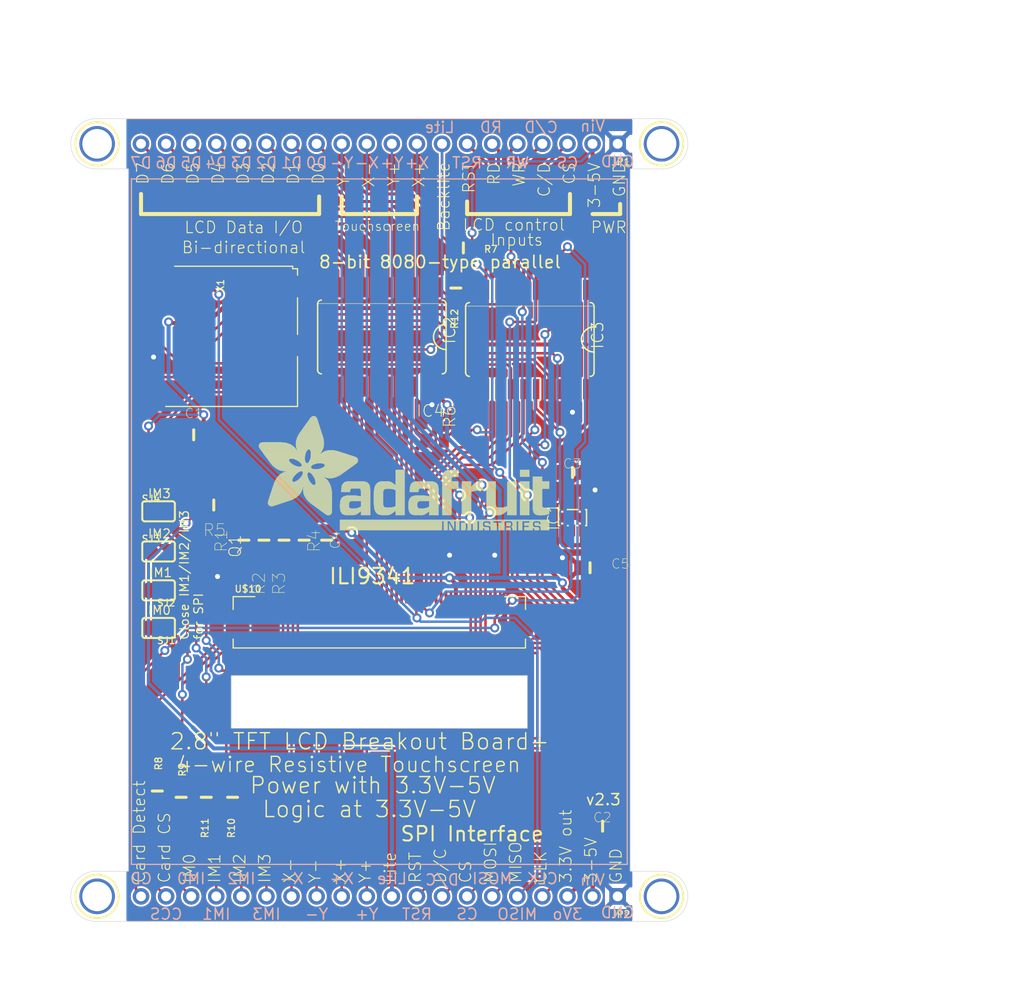
<source format=kicad_pcb>
(kicad_pcb (version 20221018) (generator pcbnew)
  (layers (0 "F.Cu" signal) (1 "In1.Cu" signal) (2 "In2.Cu" signal) (3 "In3.Cu" signal) (4 "In4.Cu" signal) (5 "In5.Cu" signal) (6 "In6.Cu" signal) (7 "In7.Cu" signal) (8 "In8.Cu" signal) (9 "In9.Cu" signal) (10 "In10.Cu" signal) (11 "In11.Cu" signal) (12 "In12.Cu" signal) (13 "In13.Cu" signal) (14 "In14.Cu" signal) (31 "B.Cu" signal) (34 "B.Paste" user) (35 "F.Paste" user) (36 "B.SilkS" user "B.Silkscreen") (37 "F.SilkS" user "F.Silkscreen") (38 "B.Mask" user) (39 "F.Mask" user) (44 "Edge.Cuts" user))
  (net 0 "")
  (net 1 "GND")
  (net 2 "LCD_RST")
  (net 3 "LCD_DATA7")
  (net 4 "LCD_DATA6")
  (net 5 "LCD_DATA5")
  (net 6 "LCD_DATA4")
  (net 7 "LCD_DATA3")
  (net 8 "LCD_DATA2")
  (net 9 "LCD_DATA1")
  (net 10 "LCD_DATA0")
  (net 11 "LCD_CS")
  (net 12 "LCD_WR")
  (net 13 "LCD_RD")
  (net 14 "LCD_RS")
  (net 15 "LCD_X+")
  (net 16 "LCD_Y+")
  (net 17 "LCD_X-")
  (net 18 "LCD_Y-")
  (net 19 "N$1")
  (net 20 "N$2")
  (net 21 "N$3")
  (net 22 "N$4")
  (net 23 "N$16")
  (net 24 "LCD_LITE")
  (net 25 "LCD_CS_5V")
  (net 26 "LCD_RS_5V")
  (net 27 "LCD_WR_5V")
  (net 28 "LCD_RD_5V")
  (net 29 "LCD_RST_5V")
  (net 30 "LCD_DATA0_5V")
  (net 31 "LCD_DATA1_5V")
  (net 32 "LCD_DATA2_5V")
  (net 33 "LCD_DATA3_5V")
  (net 34 "LCD_DATA4_5V")
  (net 35 "LCD_DATA5_5V")
  (net 36 "LCD_DATA6_5V")
  (net 37 "LCD_DATA7_5V")
  (net 38 "+5V")
  (net 39 "VCC")
  (net 40 "N$5")
  (net 41 "SDI_3V")
  (net 42 "SDO")
  (net 43 "SDI_5V")
  (net 44 "IM0")
  (net 45 "IM1")
  (net 46 "IM2")
  (net 47 "IM3")
  (net 48 "SD_CS_5V")
  (net 49 "SD_CS_3V")
  (net 50 "CARDDET")
  (footprint "working:SOT23" (layer "F.Cu") (at 154.0891 95.8596)
    (fp_text reference "IC4")
    (fp_text value "APX803-SAG")
  )
  (footprint "working:MICROSD" (layer "F.Cu") (at 140.1191 79.3496 -90)
    (fp_text reference "X1")
    (fp_text value "")
  )
  (footprint "working:MOUNTINGHOLE_3.0_PLATEDTHIN" (layer "F.Cu") (at 177.0761 143.1036)
    (fp_text reference "U$15" hide)
    (fp_text value "MOUNTINGHOLE3.0THIN" hide)
  )
  (footprint "working:0805-NO" (layer "F.Cu") (at 129.7051 96.3676 180)
    (fp_text reference "C1")
    (fp_text value "0.1uF")
  )
  (footprint "working:SO20W" (layer "F.Cu") (at 163.7411 86.7156 180)
    (fp_text reference "IC3")
    (fp_text value "74LVC245")
  )
  (footprint "working:ADAFRUIT_TEXT_30MM" (layer "F.Cu") (at 136.0551 106.0196)
    (fp_text reference "U$19" hide)
    (fp_text value "" hide)
  )
  (footprint "working:0805-NO" (layer "F.Cu") (at 131.7371 103.4796)
    (fp_text reference "R5")
    (fp_text value "1K")
  )
  (footprint "working:0805-NO" (layer "F.Cu") (at 134.7851 107.0356 -90)
    (fp_text reference "R1")
    (fp_text value "10")
  )
  (footprint "working:0805-NO" (layer "F.Cu") (at 128.4351 133.0706 90)
    (fp_text reference "R9")
    (fp_text value "10K")
  )
  (footprint "working:0805-NO" (layer "F.Cu") (at 156.2481 81.5086 -90)
    (fp_text reference "R12")
    (fp_text value "10K")
  )
  (footprint "working:0805-NO" (layer "F.Cu") (at 136.8171 107.0356 -90)
    (fp_text reference "R2")
    (fp_text value "10")
  )
  (footprint "working:0805-NO" (layer "F.Cu") (at 169.8371 109.8296 180)
    (fp_text reference "C5")
    (fp_text value "10uF")
  )
  (footprint "working:SOLDERJUMPER_ARROW_NOPASTE" (layer "F.Cu") (at 126.1491 112.1156 180)
    (fp_text reference "SJ2")
    (fp_text value "")
  )
  (footprint "working:0805-NO" (layer "F.Cu") (at 133.6421 133.0706 -90)
    (fp_text reference "R10")
    (fp_text value "10K")
  )
  (footprint "working:0805-NO" (layer "F.Cu") (at 126.0221 132.4356 90)
    (fp_text reference "R8")
    (fp_text value "10K")
  )
  (footprint "working:SO20W" (layer "F.Cu") (at 148.7551 86.4616 180)
    (fp_text reference "IC2")
    (fp_text value "74LVC245")
  )
  (footprint "working:MOUNTINGHOLE_3.0_PLATEDTHIN" (layer "F.Cu") (at 177.0761 66.9036)
    (fp_text reference "U$17" hide)
    (fp_text value "MOUNTINGHOLE3.0THIN" hide)
  )
  (footprint "working:MOUNTINGHOLE_3.0_PLATEDTHIN" (layer "F.Cu") (at 119.9261 66.9036)
    (fp_text reference "U$16" hide)
    (fp_text value "MOUNTINGHOLE3.0THIN" hide)
  )
  (footprint "working:FIDUCIAL_1MM" (layer "F.Cu") (at 126.1491 76.5556)
    (fp_text reference "U$11" hide)
    (fp_text value "FIDUCIAL" hide)
  )
  (footprint "working:0805-NO" (layer "F.Cu") (at 171.1071 135.9916)
    (fp_text reference "C2")
    (fp_text value "10uF")
  )
  (footprint "working:SOT23-5L" (layer "F.Cu") (at 168.0591 104.7496)
    (fp_text reference "IC1")
    (fp_text value "MIC5225-3.3")
  )
  (footprint "working:MOUNTINGHOLE_3.0_PLATEDTHIN" (layer "F.Cu") (at 119.9261 143.1036)
    (fp_text reference "U$7" hide)
    (fp_text value "MOUNTINGHOLE3.0THIN" hide)
  )
  (footprint "working:R0805" (layer "F.Cu") (at 156.8831 95.0976 90)
    (fp_text reference "R6")
    (fp_text value "10K")
  )
  (footprint "working:FIDUCIAL_1MM" (layer "F.Cu") (at 132.4991 112.8776)
    (fp_text reference "U$23" hide)
    (fp_text value "FIDUCIAL" hide)
  )
  (footprint "working:SOLDERJUMPER_ARROW_NOPASTE" (layer "F.Cu") (at 126.1491 104.1146)
    (fp_text reference "SJ4")
    (fp_text value "")
  )
  (footprint "working:0805-NO" (layer "F.Cu") (at 140.8811 107.0356 -90)
    (fp_text reference "R4")
    (fp_text value "10")
  )
  (footprint "working:0805-NO" (layer "F.Cu") (at 168.0591 100.1776)
    (fp_text reference "C3")
    (fp_text value "10uF")
  )
  (footprint "working:1X20_ROUND" (layer "F.Cu") (at 148.5011 143.1036 180)
    (fp_text reference "JP2")
    (fp_text value "")
  )
  (footprint "working:SOLDERJUMPER_ARROW_NOPASTE" (layer "F.Cu") (at 126.1491 115.9256 180)
    (fp_text reference "SJ1")
    (fp_text value "")
  )
  (footprint "working:0805-NO" (layer "F.Cu") (at 143.1671 107.0356 -90)
    (fp_text reference "C4")
    (fp_text value "0.1uF")
  )
  (footprint "working:0805-NO" (layer "F.Cu") (at 130.9751 133.0706 -90)
    (fp_text reference "R11")
    (fp_text value "10K")
  )
  (footprint "working:SOLDERJUMPER_ARROW_NOPASTE" (layer "F.Cu") (at 126.1491 108.1786)
    (fp_text reference "SJ3")
    (fp_text value "")
  )
  (footprint "working:0805-NO" (layer "F.Cu") (at 138.8491 107.0356 -90)
    (fp_text reference "R3")
    (fp_text value "10")
  )
  (footprint "working:1X20_ROUND" (layer "F.Cu") (at 148.5011 66.9036 180)
    (fp_text reference "JP1")
    (fp_text value "")
  )
  (footprint "working:SOT23-BEC" (layer "F.Cu") (at 131.7371 107.2896 180)
    (fp_text reference "Q1")
    (fp_text value "MMBT2222")
  )
  (footprint "working:FIDUCIAL_1MM" (layer "F.Cu") (at 172.1231 120.4976)
    (fp_text reference "U$9" hide)
    (fp_text value "FIDUCIAL" hide)
  )
  (footprint "working:0805-NO" (layer "F.Cu") (at 157.0101 77.4446)
    (fp_text reference "R7")
    (fp_text value "1K")
  )
  (footprint "working:TFT_2.83IN_240X320_50PIN" (layer "B.Cu") (at 148.5011 102.4636 180)
    (fp_text reference "U$10")
    (fp_text value "DISP_LCD_1.28IN_240X320_50PIN")
  )
  (gr_line (start 142.4051 74.0156) (end 142.4051 72.2376) (stroke (width 0.4064)) (layer "F.SilkS"))
  (gr_line (start 124.3711 71.9836) (end 124.3711 74.0156) (stroke (width 0.4064)) (layer "F.SilkS"))
  (gr_line (start 152.3111 74.0156) (end 152.3111 72.2376) (stroke (width 0.4064)) (layer "F.SilkS"))
  (gr_line (start 144.6911 74.0156) (end 152.3111 74.0156) (stroke (width 0.4064)) (layer "F.SilkS"))
  (gr_line (start 157.3911 74.0156) (end 167.8051 74.0156) (stroke (width 0.4064)) (layer "F.SilkS"))
  (gr_line (start 172.8851 74.0156) (end 172.8851 72.9996) (stroke (width 0.4064)) (layer "F.SilkS"))
  (gr_line (start 124.3711 74.0156) (end 142.4051 74.0156) (stroke (width 0.4064)) (layer "F.SilkS"))
  (gr_line (start 167.8051 74.0156) (end 167.8051 71.9836) (stroke (width 0.4064)) (layer "F.SilkS"))
  (gr_line (start 157.3911 72.7456) (end 157.3911 74.0156) (stroke (width 0.4064)) (layer "F.SilkS"))
  (gr_line (start 170.0911 74.0156) (end 172.8851 74.0156) (stroke (width 0.4064)) (layer "F.SilkS"))
  (gr_line (start 144.6911 72.2376) (end 144.6911 74.0156) (stroke (width 0.4064)) (layer "F.SilkS"))
  (gr_line (start 119.7991 145.6436) (end 177.2031 145.6436) (stroke (width 0.05)) (layer "Edge.Cuts"))
  (gr_line (start 173.9011 69.4436) (end 177.2031 69.4436) (stroke (width 0.05)) (layer "Edge.Cuts"))
  (gr_line (start 123.1011 69.4436) (end 123.1011 140.5636) (stroke (width 0.05)) (layer "Edge.Cuts"))
  (gr_line (start 119.7991 69.4436) (end 123.1011 69.4436) (stroke (width 0.05)) (layer "Edge.Cuts"))
  (gr_line (start 133.5151 120.7516) (end 133.5151 126.0856) (stroke (width 0.05)) (layer "Edge.Cuts"))
  (gr_line (start 133.5151 126.0856) (end 163.4871 126.0856) (stroke (width 0.05)) (layer "Edge.Cuts"))
  (gr_arc (start 117.2591 143.1036) (mid 118.003049 141.307549) (end 119.7991 140.5636) (stroke (width 0.05)) (layer "Edge.Cuts"))
  (gr_arc (start 179.7431 143.1036) (mid 178.999151 144.899651) (end 177.2031 145.6436) (stroke (width 0.05)) (layer "Edge.Cuts"))
  (gr_line (start 123.1011 140.5636) (end 119.7991 140.5636) (stroke (width 0.05)) (layer "Edge.Cuts"))
  (gr_line (start 163.4871 120.7516) (end 133.5151 120.7516) (stroke (width 0.05)) (layer "Edge.Cuts"))
  (gr_line (start 173.9011 140.5636) (end 173.9011 69.4436) (stroke (width 0.05)) (layer "Edge.Cuts"))
  (gr_arc (start 177.2031 140.5636) (mid 178.999151 141.307549) (end 179.7431 143.1036) (stroke (width 0.05)) (layer "Edge.Cuts"))
  (gr_line (start 163.4871 126.0856) (end 163.4871 120.7516) (stroke (width 0.05)) (layer "Edge.Cuts"))
  (gr_arc (start 177.2031 64.3636) (mid 178.999151 65.107549) (end 179.7431 66.9036) (stroke (width 0.05)) (layer "Edge.Cuts"))
  (gr_line (start 177.2031 64.3636) (end 119.7991 64.3636) (stroke (width 0.05)) (layer "Edge.Cuts"))
  (gr_line (start 177.2031 140.5636) (end 173.9011 140.5636) (stroke (width 0.05)) (layer "Edge.Cuts"))
  (gr_arc (start 119.7991 145.6436) (mid 118.003049 144.899651) (end 117.2591 143.1036) (stroke (width 0.05)) (layer "Edge.Cuts"))
  (gr_arc (start 119.7991 69.4436) (mid 118.003049 68.699651) (end 117.2591 66.9036) (stroke (width 0.05)) (layer "Edge.Cuts"))
  (gr_arc (start 179.7431 66.9036) (mid 178.999151 68.699651) (end 177.2031 69.4436) (stroke (width 0.05)) (layer "Edge.Cuts"))
  (gr_arc (start 117.2591 66.9036) (mid 118.003049 65.107549) (end 119.7991 64.3636) (stroke (width 0.05)) (layer "Edge.Cuts"))
  (gr_text "D6" (at 126.9111 68.1736) (layer "B.SilkS") (effects (font (size 1.1176 1.1176) (thickness 0.1524)) (justify top mirror)))
  (gr_text "CLK" (at 165.0111 141.9606) (layer "B.SilkS") (effects (font (size 1.1176 1.1176) (thickness 0.1524)) (justify bottom mirror)))
  (gr_text "Vin" (at 170.0911 65.7606) (layer "B.SilkS") (effects (font (size 1.1176 1.1176) (thickness 0.1524)) (justify bottom mirror)))
  (gr_text "GND" (at 172.6311 68.0466) (layer "B.SilkS") (effects (font (size 1.1176 1.1176) (thickness 0.1524)) (justify top mirror)))
  (gr_text "C/D" (at 164.8841 65.8876) (layer "B.SilkS") (effects (font (size 1.1176 1.1176) (thickness 0.1524)) (justify bottom mirror)))
  (gr_text "Y+" (at 147.2311 144.2466) (layer "B.SilkS") (effects (font (size 1.1176 1.1176) (thickness 0.1524)) (justify top mirror)))
  (gr_text "IM0" (at 129.4511 141.9606) (layer "B.SilkS") (effects (font (size 1.1176 1.1176) (thickness 0.1524)) (justify bottom mirror)))
  (gr_text "Y+" (at 149.7711 68.1736) (layer "B.SilkS") (effects (font (size 1.1176 1.1176) (thickness 0.1524)) (justify top mirror)))
  (gr_text "RST" (at 157.3911 68.1736) (layer "B.SilkS") (effects (font (size 1.1176 1.1176) (thickness 0.1524)) (justify top mirror)))
  (gr_text "Lite" (at 149.7711 141.9606) (layer "B.SilkS") (effects (font (size 1.1176 1.1176) (thickness 0.1524)) (justify bottom mirror)))
  (gr_text "MOSI" (at 159.9311 141.9606) (layer "B.SilkS") (effects (font (size 1.1176 1.1176) (thickness 0.1524)) (justify bottom mirror)))
  (gr_text "WR" (at 162.4711 68.1736) (layer "B.SilkS") (effects (font (size 1.1176 1.1176) (thickness 0.1524)) (justify top mirror)))
  (gr_text "RST" (at 152.3111 144.2466) (layer "B.SilkS") (effects (font (size 1.1176 1.1176) (thickness 0.1524)) (justify top mirror)))
  (gr_text "IM3" (at 137.0711 144.2466) (layer "B.SilkS") (effects (font (size 1.1176 1.1176) (thickness 0.1524)) (justify top mirror)))
  (gr_text "D2" (at 137.0711 68.1736) (layer "B.SilkS") (effects (font (size 1.1176 1.1176) (thickness 0.1524)) (justify top mirror)))
  (gr_text "D0" (at 142.1511 68.1736) (layer "B.SilkS") (effects (font (size 1.1176 1.1176) (thickness 0.1524)) (justify top mirror)))
  (gr_text "X+" (at 144.6911 141.9606) (layer "B.SilkS") (effects (font (size 1.1176 1.1176) (thickness 0.1524)) (justify bottom mirror)))
  (gr_text "CD" (at 124.3711 141.9606) (layer "B.SilkS") (effects (font (size 1.1176 1.1176) (thickness 0.1524)) (justify bottom mirror)))
  (gr_text "CCS" (at 126.9111 144.2466) (layer "B.SilkS") (effects (font (size 1.1176 1.1176) (thickness 0.1524)) (justify top mirror)))
  (gr_text "X-" (at 147.2311 68.1736) (layer "B.SilkS") (effects (font (size 1.1176 1.1176) (thickness 0.1524)) (justify top mirror)))
  (gr_text "IM2" (at 134.5311 141.9606) (layer "B.SilkS") (effects (font (size 1.1176 1.1176) (thickness 0.1524)) (justify bottom mirror)))
  (gr_text "CS" (at 157.3911 144.2466) (layer "B.SilkS") (effects (font (size 1.1176 1.1176) (thickness 0.1524)) (justify top mirror)))
  (gr_text "Y-" (at 144.6911 68.1736) (layer "B.SilkS") (effects (font (size 1.1176 1.1176) (thickness 0.1524)) (justify top mirror)))
  (gr_text "MISO" (at 162.4711 144.2466) (layer "B.SilkS") (effects (font (size 1.1176 1.1176) (thickness 0.1524)) (justify top mirror)))
  (gr_text "Vin" (at 170.0911 142.0876) (layer "B.SilkS") (effects (font (size 1.1176 1.1176) (thickness 0.1524)) (justify bottom mirror)))
  (gr_text "D3" (at 134.5311 68.1736) (layer "B.SilkS") (effects (font (size 1.1176 1.1176) (thickness 0.1524)) (justify top mirror)))
  (gr_text "CS" (at 167.5511 68.1736) (layer "B.SilkS") (effects (font (size 1.1176 1.1176) (thickness 0.1524)) (justify top mirror)))
  (gr_text "D4" (at 131.9911 68.1736) (layer "B.SilkS") (effects (font (size 1.1176 1.1176) (thickness 0.1524)) (justify top mirror)))
  (gr_text "Y-" (at 142.1511 144.2466) (layer "B.SilkS") (effects (font (size 1.1176 1.1176) (thickness 0.1524)) (justify top mirror)))
  (gr_text "D1" (at 139.6111 68.1736) (layer "B.SilkS") (effects (font (size 1.1176 1.1176) (thickness 0.1524)) (justify top mirror)))
  (gr_text "Lite" (at 154.5971 65.8876) (layer "B.SilkS") (effects (font (size 1.1176 1.1176) (thickness 0.1524)) (justify bottom mirror)))
  (gr_text "GND" (at 172.6311 145.3896) (layer "B.SilkS") (effects (font (size 1.1176 1.1176) (thickness 0.1524)) (justify bottom mirror)))
  (gr_text "X-" (at 139.6111 141.9606) (layer "B.SilkS") (effects (font (size 1.1176 1.1176) (thickness 0.1524)) (justify bottom mirror)))
  (gr_text "X+" (at 152.3111 68.1736) (layer "B.SilkS") (effects (font (size 1.1176 1.1176) (thickness 0.1524)) (justify top mirror)))
  (gr_text "D7" (at 124.3711 68.1736) (layer "B.SilkS") (effects (font (size 1.1176 1.1176) (thickness 0.1524)) (justify top mirror)))
  (gr_text "3Vo" (at 167.5511 144.2466) (layer "B.SilkS") (effects (font (size 1.1176 1.1176) (thickness 0.1524)) (justify top mirror)))
  (gr_text "RD" (at 159.8041 65.8876) (layer "B.SilkS") (effects (font (size 1.1176 1.1176) (thickness 0.1524)) (justify bottom mirror)))
  (gr_text "D/C" (at 154.8511 142.0876) (layer "B.SilkS") (effects (font (size 1.1176 1.1176) (thickness 0.1524)) (justify bottom mirror)))
  (gr_text "D5" (at 129.4511 68.1736) (layer "B.SilkS") (effects (font (size 1.1176 1.1176) (thickness 0.1524)) (justify top mirror)))
  (gr_text "IM1" (at 131.9911 144.2466) (layer "B.SilkS") (effects (font (size 1.1176 1.1176) (thickness 0.1524)) (justify top mirror)))
  (gr_text "Y-" (at 144.1831 68.6816 90) (layer "F.SilkS") (effects (font (size 1.1684 1.1684) (thickness 0.1016)) (justify right top)))
  (gr_text "Logic at 3.3V-5V" (at 136.5631 135.2296) (layer "F.SilkS") (effects (font (size 1.63576 1.63576) (thickness 0.14224)) (justify left bottom)))
  (gr_text "SPI Interface" (at 157.8991 137.6426) (layer "F.SilkS") (effects (font (size 1.475232 1.475232) (thickness 0.201168)) (justify bottom)))
  (gr_text "8-bit 8080-type parallel" (at 142.2781 79.6036) (layer "F.SilkS") (effects (font (size 1.251712 1.251712) (thickness 0.170688)) (justify left bottom)))
  (gr_text "CLK" (at 165.5191 141.8336 90) (layer "F.SilkS") (effects (font (size 1.1684 1.1684) (thickness 0.1016)) (justify left bottom)))
  (gr_text "Power with 3.3V-5V" (at 135.2931 132.8166) (layer "F.SilkS") (effects (font (size 1.63576 1.63576) (thickness 0.14224)) (justify left bottom)))
  (gr_text "IM1" (at 132.4991 141.8336 90) (layer "F.SilkS") (effects (font (size 1.1684 1.1684) (thickness 0.1016)) (justify left bottom)))
  (gr_text "IM3" (at 125.0061 102.8446) (layer "F.SilkS") (effects (font (size 0.89408 0.89408) (thickness 0.12192)) (justify left bottom)))
  (gr_text "X+" (at 145.1991 141.8336 90) (layer "F.SilkS") (effects (font (size 1.1684 1.1684) (thickness 0.1016)) (justify left bottom)))
  (gr_text "D/C" (at 155.3591 141.8336 90) (layer "F.SilkS") (effects (font (size 1.1684 1.1684) (thickness 0.1016)) (justify left bottom)))
  (gr_text "IM0" (at 125.0061 114.6556) (layer "F.SilkS") (effects (font (size 0.89408 0.89408) (thickness 0.12192)) (justify left bottom)))
  (gr_text "GND" (at 173.1391 141.8336 90) (layer "F.SilkS") (effects (font (size 1.1684 1.1684) (thickness 0.1016)) (justify left bottom)))
  (gr_text "D3" (at 134.0231 68.6816 90) (layer "F.SilkS") (effects (font (size 1.1684 1.1684) (thickness 0.1016)) (justify right top)))
  (gr_text "RST" (at 156.8831 68.6816 90) (layer "F.SilkS") (effects (font (size 1.1684 1.1684) (thickness 0.1016)) (justify right top)))
  (gr_text "X-" (at 140.1191 141.8336 90) (layer "F.SilkS") (effects (font (size 1.1684 1.1684) (thickness 0.1016)) (justify left bottom)))
  (gr_text "Touchscreen" (at 143.9291 75.7936) (layer "F.SilkS") (effects (font (size 0.93472 0.93472) (thickness 0.08128)) (justify left bottom)))
  (gr_text "C/D" (at 164.5031 68.6816 90) (layer "F.SilkS") (effects (font (size 1.1684 1.1684) (thickness 0.1016)) (justify right top)))
  (gr_text "Card CS" (at 127.4191 141.8336 90) (layer "F.SilkS") (effects (font (size 1.1684 1.1684) (thickness 0.1016)) (justify left bottom)))
  (gr_text "3.3V out" (at 168.0591 141.8336 90) (layer "F.SilkS") (effects (font (size 1.1684 1.1684) (thickness 0.1016)) (justify left bottom)))
  (gr_text "D7" (at 123.8631 68.6816 90) (layer "F.SilkS") (effects (font (size 1.1684 1.1684) (thickness 0.1016)) (justify right top)))
  (gr_text "X+" (at 151.8031 68.6816 90) (layer "F.SilkS") (effects (font (size 1.1684 1.1684) (thickness 0.1016)) (justify right top)))
  (gr_text "Y-" (at 142.6591 141.8336 90) (layer "F.SilkS") (effects (font (size 1.1684 1.1684) (thickness 0.1016)) (justify left bottom)))
  (gr_text "MISO" (at 162.9791 141.8336 90) (layer "F.SilkS") (effects (font (size 1.1684 1.1684) (thickness 0.1016)) (justify left bottom)))
  (gr_text "IM1" (at 125.1331 110.8456) (layer "F.SilkS") (effects (font (size 0.89408 0.89408) (thickness 0.12192)) (justify left bottom)))
  (gr_text "D1" (at 139.1031 68.6816 90) (layer "F.SilkS") (effects (font (size 1.1684 1.1684) (thickness 0.1016)) (justify right top)))
  (gr_text "3-5V" (at 170.5991 141.8336 90) (layer "F.SilkS") (effects (font (size 1.1684 1.1684) (thickness 0.1016)) (justify left bottom)))
  (gr_text "IM0" (at 129.9591 141.8336 90) (layer "F.SilkS") (effects (font (size 1.1684 1.1684) (thickness 0.1016)) (justify left bottom)))
  (gr_text "Backlite" (at 154.3431 68.6816 90) (layer "F.SilkS") (effects (font (size 1.1684 1.1684) (thickness 0.1016)) (justify right top)))
  (gr_text "Inputs" (at 159.6771 77.3176) (layer "F.SilkS") (effects (font (size 1.1684 1.1684) (thickness 0.1016)) (justify left bottom)))
  (gr_text "D6" (at 126.4031 68.6816 90) (layer "F.SilkS") (effects (font (size 1.1684 1.1684) (thickness 0.1016)) (justify right top)))
  (gr_text "3-5V" (at 169.5831 68.6816 90) (layer "F.SilkS") (effects (font (size 1.1684 1.1684) (thickness 0.1016)) (justify right top)))
  (gr_text "2.8\" TFT LCD Breakout Board+" (at 127.1651 128.3716) (layer "F.SilkS") (effects (font (size 1.63576 1.63576) (thickness 0.14224)) (justify left bottom)))
  (gr_text "RD" (at 159.4231 68.6816 90) (layer "F.SilkS") (effects (font (size 1.1684 1.1684) (thickness 0.1016)) (justify right top)))
  (gr_text "LCD Data I/O" (at 128.6891 76.0476) (layer "F.SilkS") (effects (font (size 1.1684 1.1684) (thickness 0.1016)) (justify left bottom)))
  (gr_text "Lite" (at 150.2791 141.8336 90) (layer "F.SilkS") (effects (font (size 1.1684 1.1684) (thickness 0.1016)) (justify left bottom)))
  (gr_text "IM2" (at 125.0061 106.9086) (layer "F.SilkS") (effects (font (size 0.89408 0.89408) (thickness 0.12192)) (justify left bottom)))
  (gr_text "CS" (at 167.0431 68.6816 90) (layer "F.SilkS") (effects (font (size 1.1684 1.1684) (thickness 0.1016)) (justify right top)))
  (gr_text "GND" (at 172.1231 68.6816 90) (layer "F.SilkS") (effects (font (size 1.1684 1.1684) (thickness 0.1016)) (justify right top)))
  (gr_text "D0" (at 141.6431 68.6816 90) (layer "F.SilkS") (effects (font (size 1.1684 1.1684) (thickness 0.1016)) (justify right top)))
  (gr_text "X-" (at 146.7231 68.6816 90) (layer "F.SilkS") (effects (font (size 1.1684 1.1684) (thickness 0.1016)) (justify right top)))
  (gr_text "Y+" (at 147.7391 141.8336 90) (layer "F.SilkS") (effects (font (size 1.1684 1.1684) (thickness 0.1016)) (justify left bottom)))
  (gr_text "Bi-directional" (at 128.4351 78.0796) (layer "F.SilkS") (effects (font (size 1.1684 1.1684) (thickness 0.1016)) (justify left bottom)))
  (gr_text "RST" (at 152.8191 141.8336 90) (layer "F.SilkS") (effects (font (size 1.1684 1.1684) (thickness 0.1016)) (justify left bottom)))
  (gr_text "Close IM1/IM2/IM3\nfor SPI" (at 130.7211 117.1956 90) (layer "F.SilkS") (effects (font (size 0.89408 0.89408) (thickness 0.12192)) (justify left bottom)))
  (gr_text "ILI9341" (at 143.2941 111.6076) (layer "F.SilkS") (effects (font (size 1.56464 1.56464) (thickness 0.21336)) (justify left bottom)))
  (gr_text "IM2" (at 135.0391 141.8336 90) (layer "F.SilkS") (effects (font (size 1.1684 1.1684) (thickness 0.1016)) (justify left bottom)))
  (gr_text "Y+" (at 149.2631 68.6816 90) (layer "F.SilkS") (effects (font (size 1.1684 1.1684) (thickness 0.1016)) (justify right top)))
  (gr_text "4-wire Resistive Touchscreen" (at 127.9271 130.6576) (layer "F.SilkS") (effects (font (size 1.542288 1.542288) (thickness 0.134112)) (justify left bottom)))
  (gr_text "Card Detect" (at 124.8791 141.8336 90) (layer "F.SilkS") (effects (font (size 1.1684 1.1684) (thickness 0.1016)) (justify left bottom)))
  (gr_text "LCD control" (at 156.8831 75.7936) (layer "F.SilkS") (effects (font (size 1.1684 1.1684) (thickness 0.1016)) (justify left bottom)))
  (gr_text "v2.3" (at 169.3291 133.9596) (layer "F.SilkS") (effects (font (size 1.1176 1.1176) (thickness 0.1524)) (justify left bottom)))
  (gr_text "PWR" (at 169.8371 76.0476) (layer "F.SilkS") (effects (font (size 1.1684 1.1684) (thickness 0.1016)) (justify left bottom)))
  (gr_text "D2" (at 136.5631 68.6816 90) (layer "F.SilkS") (effects (font (size 1.1684 1.1684) (thickness 0.1016)) (justify right top)))
  (gr_text "D5" (at 128.9431 68.6816 90) (layer "F.SilkS") (effects (font (size 1.1684 1.1684) (thickness 0.1016)) (justify right top)))
  (gr_text "IM3" (at 137.5791 141.8336 90) (layer "F.SilkS") (effects (font (size 1.1684 1.1684) (thickness 0.1016)) (justify left bottom)))
  (gr_text "MOSI" (at 160.4391 141.8336 90) (layer "F.SilkS") (effects (font (size 1.1684 1.1684) (thickness 0.1016)) (justify left bottom)))
  (gr_text "WR" (at 161.9631 68.6816 90) (layer "F.SilkS") (effects (font (size 1.1684 1.1684) (thickness 0.1016)) (justify right top)))
  (gr_text "CS" (at 157.8991 141.8336 90) (layer "F.SilkS") (effects (font (size 1.1684 1.1684) (thickness 0.1016)) (justify left bottom)))
  (gr_text "D4" (at 131.4831 68.6816 90) (layer "F.SilkS") (effects (font (size 1.1684 1.1684) (thickness 0.1016)) (justify right top)))
  (segment (start 157.2511 112.8536) (end 157.2511 111.7216) (width 0.254) (layer "F.Cu") (net 1))
  (segment (start 159.7511 112.8536) (end 160.1851 112.8536) (width 0.254) (layer "F.Cu") (net 1))
  (segment (start 157.2511 111.7216) (end 157.1371 111.6076) (width 0.254) (layer "F.Cu") (net 1))
  (segment (start 160.1851 112.8536) (end 160.1851 111.6076) (width 0.254) (layer "F.Cu") (net 1))
  (via (at 160.1851 108.5596) (size 0.9064) (drill 0.5) (layers "F.Cu" "B.Cu") (net 1))
  (via (at 168.0591 94.0816) (size 0.9064) (drill 0.5) (layers "F.Cu" "B.Cu") (net 1))
  (via (at 170.3451 101.9556) (size 0.9064) (drill 0.5) (layers "F.Cu" "B.Cu") (net 1))
  (via (at 167.0431 108.8136) (size 0.9064) (drill 0.5) (layers "F.Cu" "B.Cu") (net 1))
  (via (at 153.8351 93.3196) (size 0.9064) (drill 0.5) (layers "F.Cu" "B.Cu") (net 1))
  (via (at 155.6131 108.5596) (size 0.9064) (drill 0.5) (layers "F.Cu" "B.Cu") (net 1))
  (via (at 125.6411 88.4936) (size 0.9064) (drill 0.5) (layers "F.Cu" "B.Cu") (net 1))
  (via (at 132.1181 110.7186) (size 0.9064) (drill 0.5) (layers "F.Cu" "B.Cu") (net 1))
  (segment (start 147.2311 101.4476) (end 141.6431 95.8596) (width 0.254) (layer "F.Cu") (net 2))
  (segment (start 142.9131 89.2556) (end 155.5369 89.2556) (width 0.254) (layer "F.Cu") (net 2))
  (segment (start 140.7511 109.8296) (end 147.2311 109.8296) (width 0.254) (layer "F.Cu") (net 2))
  (segment (start 141.6431 95.8596) (end 141.6431 90.5256) (width 0.254) (layer "F.Cu") (net 2))
  (segment (start 141.6431 90.5256) (end 142.9131 89.2556) (width 0.254) (layer "F.Cu") (net 2))
  (segment (start 155.5369 89.2556) (end 158.0261 91.7448) (width 0.254) (layer "F.Cu") (net 2))
  (segment (start 140.7511 112.8536) (end 140.7511 109.8296) (width 0.254) (layer "F.Cu") (net 2))
  (segment (start 147.2311 109.8296) (end 147.2311 101.4476) (width 0.254) (layer "F.Cu") (net 2))
  (segment (start 148.2511 100.9436) (end 143.0401 95.7326) (width 0.254) (layer "F.Cu") (net 3))
  (segment (start 148.2511 112.8536) (end 148.2511 100.9436) (width 0.254) (layer "F.Cu") (net 3))
  (segment (start 143.0401 95.7326) (end 143.0401 91.4908) (width 0.254) (layer "F.Cu") (net 3))
  (segment (start 148.7511 112.8536) (end 148.7511 100.6816) (width 0.254) (layer "F.Cu") (net 4))
  (segment (start 144.4371 96.3676) (end 144.4371 91.6178) (width 0.254) (layer "F.Cu") (net 4))
  (segment (start 148.7511 100.6816) (end 144.4371 96.3676) (width 0.254) (layer "F.Cu") (net 4))
  (segment (start 144.4371 91.6178) (end 144.3101 91.4908) (width 0.254) (layer "F.Cu") (net 4))
  (segment (start 149.2511 112.8536) (end 149.2511 100.1656) (width 0.254) (layer "F.Cu") (net 5))
  (segment (start 145.4531 96.3676) (end 145.4531 91.6178) (width 0.254) (layer "F.Cu") (net 5))
  (segment (start 145.4531 91.6178) (end 145.5801 91.4908) (width 0.254) (layer "F.Cu") (net 5))
  (segment (start 149.2511 100.1656) (end 145.4531 96.3676) (width 0.254) (layer "F.Cu") (net 5))
  (segment (start 146.7231 96.6216) (end 146.7231 91.6178) (width 0.254) (layer "F.Cu") (net 6))
  (segment (start 146.7231 91.6178) (end 146.8501 91.4908) (width 0.254) (layer "F.Cu") (net 6))
  (segment (start 149.7511 112.8536) (end 149.7511 99.6496) (width 0.254) (layer "F.Cu") (net 6))
  (segment (start 149.7511 99.6496) (end 146.7231 96.6216) (width 0.254) (layer "F.Cu") (net 6))
  (segment (start 150.2511 98.3716) (end 148.2471 96.3676) (width 0.254) (layer "F.Cu") (net 7))
  (segment (start 148.2471 91.6178) (end 148.1201 91.4908) (width 0.254) (layer "F.Cu") (net 7))
  (segment (start 150.2511 112.8536) (end 150.2511 98.3716) (width 0.254) (layer "F.Cu") (net 7))
  (segment (start 148.2471 96.3676) (end 148.2471 91.6178) (width 0.254) (layer "F.Cu") (net 7))
  (segment (start 150.7511 112.8536) (end 150.7511 97.8556) (width 0.254) (layer "F.Cu") (net 8))
  (segment (start 149.5171 96.6216) (end 149.5171 91.6178) (width 0.254) (layer "F.Cu") (net 8))
  (segment (start 149.5171 91.6178) (end 149.3901 91.4908) (width 0.254) (layer "F.Cu") (net 8))
  (segment (start 150.7511 97.8556) (end 149.5171 96.6216) (width 0.254) (layer "F.Cu") (net 8))
  (segment (start 151.2511 112.8536) (end 151.2511 97.3396) (width 0.254) (layer "F.Cu") (net 9))
  (segment (start 150.5331 91.6178) (end 150.6601 91.4908) (width 0.254) (layer "F.Cu") (net 9))
  (segment (start 150.5331 96.6216) (end 150.5331 91.6178) (width 0.254) (layer "F.Cu") (net 9))
  (segment (start 151.2511 97.3396) (end 150.5331 96.6216) (width 0.254) (layer "F.Cu") (net 9))
  (segment (start 151.7511 112.8536) (end 151.7511 91.6698) (width 0.254) (layer "F.Cu") (net 10))
  (segment (start 151.7511 91.6698) (end 151.9301 91.4908) (width 0.254) (layer "F.Cu") (net 10))
  (segment (start 163.2331 91.8718) (end 163.1061 91.7448) (width 0.254) (layer "F.Cu") (net 11))
  (segment (start 163.1061 96.2406) (end 163.1061 91.7448) (width 0.254) (layer "F.Cu") (net 11))
  (segment (start 159.9311 99.4156) (end 163.1061 96.2406) (width 0.254) (layer "F.Cu") (net 11))
  (segment (start 154.7511 112.8536) (end 154.7511 101.5476) (width 0.254) (layer "F.Cu") (net 11))
  (segment (start 154.7511 101.5476) (end 156.8831 99.4156) (width 0.254) (layer "F.Cu") (net 11))
  (segment (start 156.8831 99.4156) (end 159.9311 99.4156) (width 0.254) (layer "F.Cu") (net 11))
  (segment (start 156.6291 98.1456) (end 159.1691 98.1456) (width 0.254) (layer "F.Cu") (net 12))
  (segment (start 160.5661 96.7486) (end 160.5661 91.7448) (width 0.254) (layer "F.Cu") (net 12))
  (segment (start 160.6931 91.8718) (end 160.5661 91.7448) (width 0.254) (layer "F.Cu") (net 12))
  (segment (start 153.7511 101.0236) (end 156.6291 98.1456) (width 0.254) (layer "F.Cu") (net 12))
  (segment (start 153.7511 112.8536) (end 153.7511 101.0236) (width 0.254) (layer "F.Cu") (net 12))
  (segment (start 159.1691 98.1456) (end 160.5661 96.7486) (width 0.254) (layer "F.Cu") (net 12))
  (segment (start 158.6611 97.6376) (end 159.2961 97.0026) (width 0.254) (layer "F.Cu") (net 13))
  (segment (start 153.2511 112.8536) (end 153.2511 100.7616) (width 0.254) (layer "F.Cu") (net 13))
  (segment (start 159.2961 97.0026) (end 159.2961 91.7448) (width 0.254) (layer "F.Cu") (net 13))
  (segment (start 156.3751 97.6376) (end 158.6611 97.6376) (width 0.254) (layer "F.Cu") (net 13))
  (segment (start 153.2511 100.7616) (end 156.3751 97.6376) (width 0.254) (layer "F.Cu") (net 13))
  (segment (start 159.1691 91.8718) (end 159.2961 91.7448) (width 0.254) (layer "F.Cu") (net 13))
  (segment (start 132.6261 89.1286) (end 136.3091 85.4456) (width 0.254) (layer "F.Cu") (net 14))
  (segment (start 136.3091 85.4456) (end 153.9621 85.4456) (width 0.254) (layer "F.Cu") (net 14))
  (segment (start 156.8831 98.6536) (end 159.6771 98.6536) (width 0.254) (layer "F.Cu") (net 14))
  (segment (start 127.6731 83.6676) (end 126.7841 83.6676) (width 0.254) (layer "F.Cu") (net 14))
  (segment (start 161.7091 91.8718) (end 161.8361 91.7448) (width 0.254) (layer "F.Cu") (net 14))
  (segment (start 161.4551 89.2556) (end 161.8361 89.6366) (width 0.254) (layer "F.Cu") (net 14))
  (segment (start 125.7681 86.5886) (end 128.3081 89.1286) (width 0.254) (layer "F.Cu") (net 14))
  (segment (start 153.9621 85.4456) (end 157.7721 89.2556) (width 0.254) (layer "F.Cu") (net 14))
  (segment (start 154.2511 101.2856) (end 156.8831 98.6536) (width 0.254) (layer "F.Cu") (net 14))
  (segment (start 161.8361 96.4946) (end 161.8361 91.7448) (width 0.254) (layer "F.Cu") (net 14))
  (segment (start 126.7841 83.6676) (end 125.7681 84.6836) (width 0.254) (layer "F.Cu") (net 14))
  (segment (start 157.7721 89.2556) (end 161.4551 89.2556) (width 0.254) (layer "F.Cu") (net 14))
  (segment (start 129.4791 83.9496) (end 127.9551 83.9496) (width 0.254) (layer "F.Cu") (net 14))
  (segment (start 161.8361 89.6366) (end 161.8361 91.7448) (width 0.254) (layer "F.Cu") (net 14))
  (segment (start 154.2511 112.8536) (end 154.2511 101.2856) (width 0.254) (layer "F.Cu") (net 14))
  (segment (start 159.6771 98.6536) (end 161.8361 96.4946) (width 0.254) (layer "F.Cu") (net 14))
  (segment (start 127.9551 83.9496) (end 127.6731 83.6676) (width 0.254) (layer "F.Cu") (net 14))
  (segment (start 125.7681 84.6836) (end 125.7681 86.5886) (width 0.254) (layer "F.Cu") (net 14))
  (segment (start 128.3081 89.1286) (end 132.6261 89.1286) (width 0.254) (layer "F.Cu") (net 14))
  (segment (start 158.7511 103.3896) (end 158.9151 103.2256) (width 0.254) (layer "F.Cu") (net 15))
  (segment (start 158.9151 117.9576) (end 158.7511 117.7936) (width 0.254) (layer "F.Cu") (net 15))
  (segment (start 165.0111 118.2116) (end 164.7571 117.9576) (width 0.254) (layer "F.Cu") (net 15))
  (segment (start 165.0111 127.6096) (end 165.0111 118.2116) (width 0.254) (layer "F.Cu") (net 15))
  (segment (start 144.6911 127.6096) (end 165.0111 127.6096) (width 0.254) (layer "F.Cu") (net 15))
  (segment (start 158.7511 117.7936) (end 158.7511 112.8536) (width 0.254) (layer "F.Cu") (net 15))
  (segment (start 164.7571 117.9576) (end 158.9151 117.9576) (width 0.254) (layer "F.Cu") (net 15))
  (segment (start 144.6911 143.1036) (end 144.6911 127.6096) (width 0.254) (layer "F.Cu") (net 15))
  (segment (start 158.7511 112.8536) (end 158.7511 103.3896) (width 0.254) (layer "F.Cu") (net 15))
  (segment (start 158.9151 103.2256) (end 158.9151 101.4476) (width 0.254) (layer "F.Cu") (net 15))
  (via (at 158.9151 101.4476) (size 0.9064) (drill 0.5) (layers "F.Cu" "B.Cu") (net 15))
  (segment (start 158.9151 101.4476) (end 152.3111 94.5896) (width 0.254) (layer "B.Cu") (net 15))
  (segment (start 152.3111 94.5896) (end 152.3111 66.9036) (width 0.254) (layer "B.Cu") (net 15))
  (segment (start 165.5191 117.9576) (end 165.5191 128.1176) (width 0.254) (layer "F.Cu") (net 16))
  (segment (start 159.2511 104.6676) (end 159.6771 104.2416) (width 0.254) (layer "F.Cu") (net 16))
  (segment (start 159.2511 117.2776) (end 159.4231 117.4496) (width 0.254) (layer "F.Cu") (net 16))
  (segment (start 159.4231 117.4496) (end 165.0111 117.4496) (width 0.254) (layer "F.Cu") (net 16))
  (segment (start 165.0111 117.4496) (end 165.5191 117.9576) (width 0.254) (layer "F.Cu") (net 16))
  (segment (start 159.2511 112.8536) (end 159.2511 117.2776) (width 0.254) (layer "F.Cu") (net 16))
  (segment (start 147.2311 128.1176) (end 147.2311 143.1036) (width 0.254) (layer "F.Cu") (net 16))
  (segment (start 165.5191 128.1176) (end 147.2311 128.1176) (width 0.254) (layer "F.Cu") (net 16))
  (segment (start 159.2511 112.8536) (end 159.2511 104.6676) (width 0.254) (layer "F.Cu") (net 16))
  (via (at 159.6771 104.2416) (size 0.9064) (drill 0.5) (layers "F.Cu" "B.Cu") (net 16))
  (segment (start 149.7711 93.5736) (end 149.7711 66.9036) (width 0.254) (layer "B.Cu") (net 16))
  (segment (start 157.6451 102.2096) (end 157.6451 101.7016) (width 0.254) (layer "B.Cu") (net 16))
  (segment (start 157.6451 101.7016) (end 149.7711 93.5736) (width 0.254) (layer "B.Cu") (net 16))
  (segment (start 159.6771 104.2416) (end 157.6451 102.2096) (width 0.254) (layer "B.Cu") (net 16))
  (segment (start 139.6111 126.5936) (end 163.9951 126.5936) (width 0.254) (layer "F.Cu") (net 17))
  (segment (start 157.7511 112.8536) (end 157.7511 118.9736) (width 0.254) (layer "F.Cu") (net 17))
  (segment (start 139.6111 143.1036) (end 139.6111 126.5936) (width 0.254) (layer "F.Cu") (net 17))
  (segment (start 157.7511 112.8536) (end 157.7511 110.4856) (width 0.254) (layer "F.Cu") (net 17))
  (segment (start 163.9951 118.9736) (end 157.7511 118.9736) (width 0.254) (layer "F.Cu") (net 17))
  (segment (start 156.6291 109.3636) (end 156.6291 102.4636) (width 0.254) (layer "F.Cu") (net 17))
  (segment (start 163.9951 126.5936) (end 163.9951 118.9736) (width 0.254) (layer "F.Cu") (net 17))
  (segment (start 157.7511 110.4856) (end 156.6291 109.3636) (width 0.254) (layer "F.Cu") (net 17))
  (via (at 156.6291 102.4636) (size 0.9064) (drill 0.5) (layers "F.Cu" "B.Cu") (net 17))
  (segment (start 156.6291 102.4636) (end 147.2311 92.8116) (width 0.254) (layer "B.Cu") (net 17))
  (segment (start 147.2311 92.8116) (end 147.2311 66.9036) (width 0.254) (layer "B.Cu") (net 17))
  (segment (start 158.2511 112.8536) (end 158.2511 110.1816) (width 0.254) (layer "F.Cu") (net 18))
  (segment (start 158.2511 112.8536) (end 158.2511 118.4656) (width 0.254) (layer "F.Cu") (net 18))
  (segment (start 142.1511 127.1016) (end 142.1511 143.1036) (width 0.254) (layer "F.Cu") (net 18))
  (segment (start 157.6451 109.5756) (end 157.6451 104.7496) (width 0.254) (layer "F.Cu") (net 18))
  (segment (start 164.5031 118.4656) (end 164.5031 127.1016) (width 0.254) (layer "F.Cu") (net 18))
  (segment (start 158.2511 118.4656) (end 164.5031 118.4656) (width 0.254) (layer "F.Cu") (net 18))
  (segment (start 164.5031 127.1016) (end 142.1511 127.1016) (width 0.254) (layer "F.Cu") (net 18))
  (segment (start 158.2511 110.1816) (end 157.6451 109.5756) (width 0.254) (layer "F.Cu") (net 18))
  (via (at 157.6451 104.7496) (size 0.9064) (drill 0.5) (layers "F.Cu" "B.Cu") (net 18))
  (segment (start 144.6911 93.0656) (end 144.6911 66.9036) (width 0.254) (layer "B.Cu") (net 18))
  (segment (start 156.3751 104.7496) (end 144.6911 93.0656) (width 0.254) (layer "B.Cu") (net 18))
  (segment (start 157.6451 104.7496) (end 156.3751 104.7496) (width 0.254) (layer "B.Cu") (net 18))
  (segment (start 138.2511 110.1736) (end 139.1031 109.3216) (width 0.254) (layer "F.Cu") (net 19))
  (segment (start 138.2511 112.8536) (end 138.2511 110.1736) (width 0.254) (layer "F.Cu") (net 19))
  (segment (start 139.1031 109.3216) (end 139.5451 109.3216) (width 0.254) (layer "F.Cu") (net 19))
  (segment (start 139.5451 109.3216) (end 140.8811 107.9856) (width 0.254) (layer "F.Cu") (net 19))
  (segment (start 135.0391 109.3216) (end 135.0391 108.2396) (width 0.254) (layer "F.Cu") (net 20))
  (segment (start 136.7511 111.0336) (end 135.0391 109.3216) (width 0.254) (layer "F.Cu") (net 20))
  (segment (start 135.0391 108.2396) (end 134.7851 107.9856) (width 0.254) (layer "F.Cu") (net 20))
  (segment (start 136.7511 112.8536) (end 136.7511 111.0336) (width 0.254) (layer "F.Cu") (net 20))
  (segment (start 137.2511 112.8536) (end 137.2511 108.4196) (width 0.254) (layer "F.Cu") (net 21))
  (segment (start 137.2511 108.4196) (end 136.8171 107.9856) (width 0.254) (layer "F.Cu") (net 21))
  (segment (start 137.7511 112.8536) (end 137.7511 109.0836) (width 0.254) (layer "F.Cu") (net 22))
  (segment (start 137.7511 109.0836) (end 138.8491 107.9856) (width 0.254) (layer "F.Cu") (net 22))
  (segment (start 132.6871 106.1896) (end 132.6871 103.4796) (width 0.254) (layer "F.Cu") (net 23))
  (segment (start 142.9131 87.7316) (end 153.7081 87.7316) (width 0.254) (layer "F.Cu") (net 24))
  (segment (start 138.4681 92.0496) (end 142.9131 87.7316) (width 0.254) (layer "F.Cu") (net 24))
  (segment (start 130.7871 103.4796) (end 128.9431 105.3236) (width 0.254) (layer "F.Cu") (net 24))
  (segment (start 156.0601 77.4446) (end 154.8511 76.2356) (width 0.254) (layer "F.Cu") (net 24))
  (segment (start 129.8321 92.0496) (end 138.4681 92.0496) (width 0.254) (layer "F.Cu") (net 24))
  (segment (start 130.7871 103.4796) (end 126.9111 99.6036) (width 0.254) (layer "F.Cu") (net 24))
  (segment (start 154.8511 76.2356) (end 154.8511 66.9036) (width 0.254) (layer "F.Cu") (net 24))
  (segment (start 126.9111 95.0976) (end 129.8321 92.0496) (width 0.254) (layer "F.Cu") (net 24))
  (segment (start 126.9111 99.6036) (end 126.9111 95.0976) (width 0.254) (layer "F.Cu") (net 24))
  (via (at 128.9431 105.3236) (size 0.9064) (drill 0.5) (layers "F.Cu" "B.Cu") (net 24))
  (via (at 153.7081 87.7316) (size 0.9064) (drill 0.5) (layers "F.Cu" "B.Cu") (net 24))
  (segment (start 149.7711 128.1176) (end 131.7371 128.1176) (width 0.4064) (layer "B.Cu") (net 24))
  (segment (start 128.9431 105.3236) (end 127.5461 106.7206) (width 0.254) (layer "B.Cu") (net 24))
  (segment (start 154.8511 86.5886) (end 154.8511 66.9036) (width 0.254) (layer "B.Cu") (net 24))
  (segment (start 149.7711 143.1036) (end 149.7711 128.1176) (width 0.4064) (layer "B.Cu") (net 24))
  (segment (start 131.7371 128.1176) (end 129.5781 125.9586) (width 0.4064) (layer "B.Cu") (net 24))
  (segment (start 125.1331 109.1336) (end 127.5461 106.7206) (width 0.3048) (layer "B.Cu") (net 24))
  (segment (start 125.1331 121.5136) (end 125.1331 109.1336) (width 0.3048) (layer "B.Cu") (net 24))
  (segment (start 153.7081 87.7316) (end 154.8511 86.5886) (width 0.254) (layer "B.Cu") (net 24))
  (segment (start 129.5781 125.9586) (end 125.1331 121.5136) (width 0.3048) (layer "B.Cu") (net 24))
  (segment (start 165.5191 140.8176) (end 167.0431 139.2936) (width 0.254) (layer "F.Cu") (net 25))
  (segment (start 167.0431 114.4016) (end 163.4871 110.8456) (width 0.254) (layer "F.Cu") (net 25))
  (segment (start 161.7091 84.9376) (end 164.2491 84.9376) (width 0.254) (layer "F.Cu") (net 25))
  (segment (start 163.4871 110.8456) (end 163.4871 102.4636) (width 0.254) (layer "F.Cu") (net 25))
  (segment (start 167.5511 66.9036) (end 164.3761 70.0786) (width 0.3048) (layer "F.Cu") (net 25))
  (segment (start 159.6771 140.8176) (end 165.5191 140.8176) (width 0.254) (layer "F.Cu") (net 25))
  (segment (start 164.3761 70.0786) (end 164.3761 81.6864) (width 0.3048) (layer "F.Cu") (net 25))
  (segment (start 167.0431 139.2936) (end 167.0431 114.4016) (width 0.254) (layer "F.Cu") (net 25))
  (segment (start 164.2491 84.9376) (end 164.3761 84.8106) (width 0.254) (layer "F.Cu") (net 25))
  (segment (start 157.3911 143.1036) (end 159.6771 140.8176) (width 0.254) (layer "F.Cu") (net 25))
  (segment (start 164.3761 84.8106) (end 164.3761 81.6864) (width 0.254) (layer "F.Cu") (net 25))
  (via (at 163.4871 102.4636) (size 0.9064) (drill 0.5) (layers "F.Cu" "B.Cu") (net 25))
  (via (at 161.7091 84.9376) (size 0.9064) (drill 0.5) (layers "F.Cu" "B.Cu") (net 25))
  (segment (start 163.4871 102.4636) (end 161.7091 100.6856) (width 0.254) (layer "B.Cu") (net 25))
  (segment (start 161.7091 100.6856) (end 161.7091 84.9376) (width 0.254) (layer "B.Cu") (net 25))
  (segment (start 162.8521 83.6676) (end 163.1061 83.4136) (width 0.254) (layer "F.Cu") (net 26))
  (segment (start 162.9791 83.9216) (end 163.1061 83.5406) (width 0.254) (layer "F.Cu") (net 26))
  (segment (start 165.0111 110.8456) (end 165.0111 99.1616) (width 0.254) (layer "F.Cu") (net 26))
  (segment (start 163.1061 83.5406) (end 163.1061 83.4136) (width 0.254) (layer "F.Cu") (net 26))
  (segment (start 168.0591 140.0556) (end 165.0111 143.1036) (width 0.254) (layer "F.Cu") (net 26))
  (segment (start 163.1061 68.8086) (end 163.1061 81.6864) (width 0.3048) (layer "F.Cu") (net 26))
  (segment (start 168.0591 113.8936) (end 165.0111 110.8456) (width 0.254) (layer "F.Cu") (net 26))
  (segment (start 163.1061 83.4136) (end 163.1061 81.6864) (width 0.254) (layer "F.Cu") (net 26))
  (segment (start 165.0111 66.9036) (end 163.1061 68.8086) (width 0.3048) (layer "F.Cu") (net 26))
  (segment (start 168.0591 140.0556) (end 168.0591 113.8936) (width 0.254) (layer "F.Cu") (net 26))
  (via (at 165.0111 99.1616) (size 0.9064) (drill 0.5) (layers "F.Cu" "B.Cu") (net 26))
  (via (at 162.9791 83.9216) (size 0.9064) (drill 0.5) (layers "F.Cu" "B.Cu") (net 26))
  (segment (start 165.0111 99.1616) (end 162.9791 97.1296) (width 0.254) (layer "B.Cu") (net 26))
  (segment (start 162.9791 97.1296) (end 162.9791 83.9216) (width 0.254) (layer "B.Cu") (net 26))
  (segment (start 157.6451 140.3096) (end 165.0111 140.3096) (width 0.254) (layer "F.Cu") (net 27))
  (segment (start 161.9631 81.8134) (end 161.8361 81.6864) (width 0.254) (layer "F.Cu") (net 27))
  (segment (start 154.8511 143.1036) (end 157.6451 140.3096) (width 0.254) (layer "F.Cu") (net 27))
  (segment (start 165.0111 140.3096) (end 166.5351 138.7856) (width 0.254) (layer "F.Cu") (net 27))
  (segment (start 162.4711 66.9036) (end 161.8361 67.5386) (width 0.3048) (layer "F.Cu") (net 27))
  (segment (start 166.5351 114.6556) (end 162.4711 110.5916) (width 0.254) (layer "F.Cu") (net 27))
  (segment (start 161.8361 67.5386) (end 161.8361 78.3336) (width 0.3048) (layer "F.Cu") (net 27))
  (segment (start 166.5351 138.7856) (end 166.5351 114.6556) (width 0.254) (layer "F.Cu") (net 27))
  (segment (start 162.4711 110.5916) (end 162.4711 97.6376) (width 0.254) (layer "F.Cu") (net 27))
  (segment (start 161.8361 78.3336) (end 161.8361 81.6864) (width 0.3048) (layer "F.Cu") (net 27))
  (segment (start 162.4711 97.6376) (end 164.2491 95.8596) (width 0.254) (layer "F.Cu") (net 27))
  (via (at 161.8361 78.3336) (size 0.9064) (drill 0.5) (layers "F.Cu" "B.Cu") (net 27))
  (via (at 164.2491 95.8596) (size 0.9064) (drill 0.5) (layers "F.Cu" "B.Cu") (net 27))
  (segment (start 164.2491 95.8596) (end 164.2491 80.7466) (width 0.254) (layer "B.Cu") (net 27))
  (segment (start 164.2491 80.7466) (end 161.8361 78.3336) (width 0.254) (layer "B.Cu") (net 27))
  (segment (start 156.1211 83.1596) (end 160.6931 83.1596) (width 0.254) (layer "F.Cu") (net 28))
  (segment (start 159.9311 66.9036) (end 160.5661 67.5386) (width 0.3048) (layer "F.Cu") (net 28))
  (segment (start 154.9781 81.8896) (end 155.8671 82.7786) (width 0.254) (layer "F.Cu") (net 28))
  (segment (start 156.1211 82.2706) (end 156.1211 83.1596) (width 0.254) (layer "F.Cu") (net 28))
  (segment (start 156.2481 82.4586) (end 156.2481 82.1436) (width 0.254) (layer "F.Cu") (net 28))
  (segment (start 155.8671 82.7786) (end 156.1211 83.1596) (width 0.254) (layer "F.Cu") (net 28))
  (segment (start 156.2481 82.1436) (end 156.1211 82.2706) (width 0.254) (layer "F.Cu") (net 28))
  (segment (start 160.5661 67.5386) (end 160.5661 81.6864) (width 0.3048) (layer "F.Cu") (net 28))
  (segment (start 154.4701 81.4324) (end 154.9781 81.8896) (width 0.254) (layer "F.Cu") (net 28))
  (segment (start 160.6931 83.1596) (end 160.6931 81.8134) (width 0.254) (layer "F.Cu") (net 28))
  (segment (start 160.6931 81.8134) (end 160.5661 81.6864) (width 0.254) (layer "F.Cu") (net 28))
  (segment (start 159.2961 79.9846) (end 159.2961 81.6864) (width 0.254) (layer "F.Cu") (net 29))
  (segment (start 166.0271 137.5156) (end 166.0271 114.9096) (width 0.254) (layer "F.Cu") (net 29))
  (segment (start 155.8491 96.1136) (end 157.6451 96.1136) (width 0.254) (layer "F.Cu") (net 29))
  (segment (start 158.4071 79.0956) (end 159.2961 79.9846) (width 0.254) (layer "F.Cu") (net 29))
  (segment (start 161.9631 110.8456) (end 161.9631 101.7016) (width 0.254) (layer "F.Cu") (net 29))
  (segment (start 157.6451 96.1136) (end 157.4571 95.7936) (width 0.254) (layer "F.Cu") (net 29))
  (segment (start 152.3111 143.1036) (end 157.6451 137.7696) (width 0.254) (layer "F.Cu") (net 29))
  (segment (start 157.8991 95.8596) (end 158.4071 95.8596) (width 0.254) (layer "F.Cu") (net 29))
  (segment (start 157.6451 137.7696) (end 165.7731 137.7696) (width 0.254) (layer "F.Cu") (net 29))
  (segment (start 157.3911 66.9036) (end 159.2961 68.8086) (width 0.3048) (layer "F.Cu") (net 29))
  (segment (start 157.6451 96.1136) (end 157.8991 95.8596) (width 0.254) (layer "F.Cu") (net 29))
  (segment (start 155.0391 96.9596) (end 155.8491 96.1136) (width 0.254) (layer "F.Cu") (net 29))
  (segment (start 161.9631 101.7016) (end 160.6931 100.1776) (width 0.254) (layer "F.Cu") (net 29))
  (segment (start 166.0271 114.9096) (end 161.9631 110.8456) (width 0.254) (layer "F.Cu") (net 29))
  (segment (start 165.7731 137.7696) (end 166.0271 137.5156) (width 0.254) (layer "F.Cu") (net 29))
  (segment (start 159.2961 68.8086) (end 159.2961 81.6864) (width 0.3048) (layer "F.Cu") (net 29))
  (segment (start 157.4571 95.7936) (end 156.8831 96.0476) (width 0.254) (layer "F.Cu") (net 29))
  (via (at 160.6931 100.1776) (size 0.9064) (drill 0.5) (layers "F.Cu" "B.Cu") (net 29))
  (via (at 158.4071 95.8596) (size 0.9064) (drill 0.5) (layers "F.Cu" "B.Cu") (net 29))
  (via (at 158.4071 79.0956) (size 0.9064) (drill 0.5) (layers "F.Cu" "B.Cu") (net 29))
  (segment (start 158.6611 96.1136) (end 159.9311 96.1136) (width 0.254) (layer "B.Cu") (net 29))
  (segment (start 160.6931 100.1776) (end 159.9311 99.4156) (width 0.254) (layer "B.Cu") (net 29))
  (segment (start 159.9311 96.1136) (end 159.9311 80.6196) (width 0.254) (layer "B.Cu") (net 29))
  (segment (start 159.9311 99.4156) (end 159.9311 96.1136) (width 0.254) (layer "B.Cu") (net 29))
  (segment (start 159.9311 80.6196) (end 158.4071 79.0956) (width 0.254) (layer "B.Cu") (net 29))
  (segment (start 158.4071 95.8596) (end 158.6611 96.1136) (width 0.254) (layer "B.Cu") (net 29))
  (segment (start 153.2001 73.3806) (end 153.2001 81.4324) (width 0.3048) (layer "F.Cu") (net 30))
  (segment (start 142.1511 66.9036) (end 147.2311 71.9836) (width 0.3048) (layer "F.Cu") (net 30))
  (segment (start 151.8031 71.9836) (end 153.2001 73.3806) (width 0.3048) (layer "F.Cu") (net 30))
  (segment (start 147.2311 71.9836) (end 151.8031 71.9836) (width 0.3048) (layer "F.Cu") (net 30))
  (segment (start 145.4531 72.7456) (end 150.7871 72.7456) (width 0.3048) (layer "F.Cu") (net 31))
  (segment (start 139.6111 66.9036) (end 145.4531 72.7456) (width 0.3048) (layer "F.Cu") (net 31))
  (segment (start 150.7871 72.7456) (end 151.9301 73.8886) (width 0.3048) (layer "F.Cu") (net 31))
  (segment (start 151.9301 73.8886) (end 151.9301 81.4324) (width 0.3048) (layer "F.Cu") (net 31))
  (segment (start 150.6601 74.6506) (end 150.6601 81.4324) (width 0.3048) (layer "F.Cu") (net 32))
  (segment (start 143.6751 73.5076) (end 149.5171 73.5076) (width 0.3048) (layer "F.Cu") (net 32))
  (segment (start 137.0711 66.9036) (end 143.6751 73.5076) (width 0.3048) (layer "F.Cu") (net 32))
  (segment (start 149.5171 73.5076) (end 150.6601 74.6506) (width 0.3048) (layer "F.Cu") (net 32))
  (segment (start 149.3901 75.4126) (end 149.3901 81.4324) (width 0.3048) (layer "F.Cu") (net 33))
  (segment (start 141.8971 74.2696) (end 148.2471 74.2696) (width 0.3048) (layer "F.Cu") (net 33))
  (segment (start 148.2471 74.2696) (end 149.3901 75.4126) (width 0.3048) (layer "F.Cu") (net 33))
  (segment (start 134.5311 66.9036) (end 141.8971 74.2696) (width 0.3048) (layer "F.Cu") (net 33))
  (segment (start 148.1201 76.6826) (end 148.1201 81.4324) (width 0.3048) (layer "F.Cu") (net 34))
  (segment (start 131.9911 66.9036) (end 140.1191 75.0316) (width 0.3048) (layer "F.Cu") (net 34))
  (segment (start 146.4691 75.0316) (end 148.1201 76.6826) (width 0.3048) (layer "F.Cu") (net 34))
  (segment (start 140.1191 75.0316) (end 146.4691 75.0316) (width 0.3048) (layer "F.Cu") (net 34))
  (segment (start 138.3411 75.7936) (end 144.6911 75.7936) (width 0.3048) (layer "F.Cu") (net 35))
  (segment (start 129.4511 66.9036) (end 138.3411 75.7936) (width 0.3048) (layer "F.Cu") (net 35))
  (segment (start 144.6911 75.7936) (end 146.8501 77.9526) (width 0.3048) (layer "F.Cu") (net 35))
  (segment (start 146.8501 77.9526) (end 146.8501 81.4324) (width 0.3048) (layer "F.Cu") (net 35))
  (segment (start 136.5631 76.5556) (end 142.9131 76.5556) (width 0.3048) (layer "F.Cu") (net 36))
  (segment (start 142.9131 76.5556) (end 145.5801 79.2226) (width 0.3048) (layer "F.Cu") (net 36))
  (segment (start 145.5801 79.2226) (end 145.5801 81.4324) (width 0.3048) (layer "F.Cu") (net 36))
  (segment (start 126.9111 66.9036) (end 136.5631 76.5556) (width 0.3048) (layer "F.Cu") (net 36))
  (segment (start 141.8971 77.3176) (end 144.3101 79.7306) (width 0.3048) (layer "F.Cu") (net 37))
  (segment (start 144.3101 79.7306) (end 144.3101 81.4324) (width 0.3048) (layer "F.Cu") (net 37))
  (segment (start 134.7851 77.3176) (end 141.8971 77.3176) (width 0.3048) (layer "F.Cu") (net 37))
  (segment (start 124.3711 66.9036) (end 134.7851 77.3176) (width 0.3048) (layer "F.Cu") (net 37))
  (segment (start 170.0911 143.1036) (end 170.1071 143.0876) (width 0.4064) (layer "F.Cu") (net 38))
  (segment (start 167.1091 107.5436) (end 168.8211 107.5436) (width 0.4064) (layer "F.Cu") (net 38))
  (segment (start 172.1231 104.2416) (end 170.7261 105.6386) (width 0.4064) (layer "F.Cu") (net 38))
  (segment (start 167.1091 106.0496) (end 167.1091 107.5436) (width 0.4064) (layer "F.Cu") (net 38))
  (segment (start 170.0911 143.1036) (end 170.0911 112.6236) (width 0.4064) (layer "F.Cu") (net 38))
  (segment (start 171.3611 111.3536) (end 171.3611 109.8296) (width 0.4064) (layer "F.Cu") (net 38))
  (segment (start 171.3611 109.8296) (end 171.3611 106.2736) (width 0.4064) (layer "F.Cu") (net 38))
  (segment (start 170.0911 78.0796) (end 172.1231 80.1116) (width 0.4064) (layer "F.Cu") (net 38))
  (segment (start 168.8211 107.5436) (end 169.0091 107.3556) (width 0.4064) (layer "F.Cu") (net 38))
  (segment (start 171.3611 106.2736) (end 170.7261 105.6386) (width 0.4064) (layer "F.Cu") (net 38))
  (segment (start 157.8991 77.3836) (end 157.8991 75.9206) (width 0.254) (layer "F.Cu") (net 38))
  (segment (start 170.7871 109.8296) (end 171.3611 109.8296) (width 0.4064) (layer "F.Cu") (net 38))
  (segment (start 170.7261 105.6386) (end 170.5991 105.7656) (width 0.4064) (layer "F.Cu") (net 38))
  (segment (start 170.5991 105.7656) (end 169.2931 105.7656) (width 0.4064) (layer "F.Cu") (net 38))
  (segment (start 172.1231 80.1116) (end 172.1231 104.2416) (width 0.4064) (layer "F.Cu") (net 38))
  (segment (start 169.0091 107.3556) (end 169.0091 106.0496) (width 0.4064) (layer "F.Cu") (net 38))
  (segment (start 169.2931 105.7656) (end 169.0091 106.0496) (width 0.4064) (layer "F.Cu") (net 38))
  (segment (start 157.9601 77.4446) (end 157.8991 77.3836) (width 0.254) (layer "F.Cu") (net 38))
  (segment (start 170.1071 143.0876) (end 170.1571 135.9916) (width 0.4064) (layer "F.Cu") (net 38))
  (segment (start 170.0911 66.9036) (end 170.0911 78.0796) (width 0.4064) (layer "F.Cu") (net 38))
  (segment (start 170.0911 112.6236) (end 171.3611 111.3536) (width 0.4064) (layer "F.Cu") (net 38))
  (via (at 157.8991 75.9206) (size 0.9064) (drill 0.5) (layers "F.Cu" "B.Cu") (net 38))
  (segment (start 157.8991 69.4436) (end 158.6611 68.6816) (width 0.254) (layer "B.Cu") (net 38))
  (segment (start 158.6611 68.6816) (end 168.9481 68.6816) (width 0.254) (layer "B.Cu") (net 38))
  (segment (start 168.9481 68.6816) (end 170.0911 67.5386) (width 0.254) (layer "B.Cu") (net 38))
  (segment (start 170.0911 67.5386) (end 170.0911 66.9036) (width 0.254) (layer "B.Cu") (net 38))
  (segment (start 157.8991 75.9206) (end 157.8991 69.4436) (width 0.254) (layer "B.Cu") (net 38))
  (segment (start 125.1331 104.1146) (end 125.1331 108.1786) (width 0.254) (layer "F.Cu") (net 39))
  (segment (start 155.3591 93.3196) (end 156.3091 93.8936) (width 0.254) (layer "F.Cu") (net 39))
  (segment (start 168.8211 113.6396) (end 167.0591 111.8776) (width 0.4064) (layer "F.Cu") (net 39))
  (segment (start 169.4561 87.2236) (end 169.4561 81.6864) (width 0.254) (layer "F.Cu") (net 39))
  (segment (start 138.8491 106.0856) (end 140.8811 106.0856) (width 0.254) (layer "F.Cu") (net 39))
  (segment (start 154.4701 92.4306) (end 155.3591 93.3196) (width 0.4064) (layer "F.Cu") (net 39))
  (segment (start 155.1051 83.5406) (end 158.6611 87.2236) (width 0.4064) (layer "F.Cu") (net 39))
  (segment (start 155.1051 83.5406) (end 132.6261 83.5406) (width 0.4064) (layer "F.Cu") (net 39))
  (segment (start 125.1331 108.1786) (end 125.1331 112.1156) (width 0.254) (layer "F.Cu") (net 39))
  (segment (start 155.7511 112.8536) (end 156.2511 112.8536) (width 0.254) (layer "F.Cu") (net 39))
  (segment (start 167.5511 143.1036) (end 168.8211 141.8336) (width 0.4064) (layer "F.Cu") (net 39))
  (segment (start 156.2511 112.8536) (end 156.7511 112.8536) (width 0.254) (layer "F.Cu") (net 39))
  (segment (start 140.8811 106.0856) (end 141.3891 106.0856) (width 0.4064) (layer "F.Cu") (net 39))
  (segment (start 165.7731 110.0836) (end 167.0431 111.3536) (width 0.4064) (layer "F.Cu") (net 39))
  (segment (start 158.6611 87.2236) (end 169.4561 87.2236) (width 0.4064) (layer "F.Cu") (net 39))
  (segment (start 156.3091 93.8936) (end 156.8831 94.1476) (width 0.254) (layer "F.Cu") (net 39))
  (segment (start 141.3891 106.0856) (end 145.5191 106.0856) (width 0.4064) (layer "F.Cu") (net 39))
  (segment (start 167.1091 100.1776) (end 167.0591 97.6216) (width 0.4064) (layer "F.Cu") (net 39))
  (segment (start 125.1331 104.1146) (end 125.1331 95.4786) (width 0.254) (layer "F.Cu") (net 39))
  (segment (start 141.4391 106.0356) (end 141.3891 106.0856) (width 0.4064) (layer "F.Cu") (net 39))
  (segment (start 165.7731 103.5156) (end 167.1091 103.4496) (width 0.4064) (layer "F.Cu") (net 39))
  (segment (start 134.7851 106.0856) (end 136.8171 106.0856) (width 0.254) (layer "F.Cu") (net 39))
  (segment (start 125.1331 112.6236) (end 125.1331 112.1156) (width 0.254) (layer "F.Cu") (net 39))
  (segment (start 131.1171 85.0496) (end 129.0791 85.0496) (width 0.4064) (layer "F.Cu") (net 39))
  (segment (start 167.1091 103.4496) (end 167.1091 100.1776) (width 0.4064) (layer "F.Cu") (net 39))
  (segment (start 167.0591 97.6216) (end 169.4561 95.2246) (width 0.4064) (layer "F.Cu") (net 39))
  (segment (start 169.4561 95.2246) (end 169.4561 91.7448) (width 0.4064) (layer "F.Cu") (net 39))
  (segment (start 165.7731 110.0836) (end 165.7731 103.5156) (width 0.4064) (layer "F.Cu") (net 39))
  (segment (start 167.0431 111.3536) (end 167.0591 111.3536) (width 0.4064) (layer "F.Cu") (net 39))
  (segment (start 155.6131 110.8456) (end 156.2511 111.4836) (width 0.4064) (layer "F.Cu") (net 39))
  (segment (start 127.2771 85.0496) (end 129.0791 85.0496) (width 0.4064) (layer "F.Cu") (net 39))
  (segment (start 125.1331 112.1156) (end 125.1331 115.9256) (width 0.254) (layer "F.Cu") (net 39))
  (segment (start 130.6551 96.3676) (end 130.7211 96.3516) (width 0.4064) (layer "F.Cu") (net 39))
  (segment (start 136.8171 106.0856) (end 138.8491 106.0856) (width 0.254) (layer "F.Cu") (net 39))
  (segment (start 168.8211 141.8336) (end 168.8211 113.6396) (width 0.4064) (layer "F.Cu") (net 39))
  (segment (start 154.0891 94.7596) (end 155.1051 94.6736) (width 0.254) (layer "F.Cu") (net 39))
  (segment (start 127.1651 84.9376) (end 127.2771 85.0496) (width 0.4064) (layer "F.Cu") (net 39))
  (segment (start 154.4701 91.4908) (end 154.4701 92.4306) (width 0.4064) (layer "F.Cu") (net 39))
  (segment (start 155.1051 94.6736) (end 155.3591 93.3196) (width 0.254) (layer "F.Cu") (net 39))
  (segment (start 156.2511 111.4836) (end 156.2511 112.8536) (width 0.4064) (layer "F.Cu") (net 39))
  (segment (start 167.0591 111.8776) (end 167.0591 111.3536) (width 0.4064) (layer "F.Cu") (net 39))
  (segment (start 130.7211 96.3516) (end 130.7211 94.3356) (width 0.4064) (layer "F.Cu") (net 39))
  (segment (start 143.1671 106.0856) (end 141.4391 106.0356) (width 0.4064) (layer "F.Cu") (net 39))
  (segment (start 132.6261 83.5406) (end 131.1171 85.0496) (width 0.4064) (layer "F.Cu") (net 39))
  (segment (start 169.4561 91.7448) (end 169.4561 87.2236) (width 0.254) (layer "F.Cu") (net 39))
  (segment (start 145.5191 106.0856) (end 145.7071 106.2736) (width 0.4064) (layer "F.Cu") (net 39))
  (via (at 130.7211 94.3356) (size 0.9064) (drill 0.5) (layers "F.Cu" "B.Cu") (net 39))
  (via (at 167.0431 111.3536) (size 0.9064) (drill 0.5) (layers "F.Cu" "B.Cu") (net 39))
  (via (at 155.6131 110.8456) (size 0.9064) (drill 0.5) (layers "F.Cu" "B.Cu") (net 39))
  (via (at 125.1331 95.4786) (size 0.9064) (drill 0.5) (layers "F.Cu" "B.Cu") (net 39))
  (via (at 155.3591 93.3196) (size 0.9064) (drill 0.5) (layers "F.Cu" "B.Cu") (net 39))
  (via (at 127.1651 84.9376) (size 0.9064) (drill 0.5) (layers "F.Cu" "B.Cu") (net 39))
  (via (at 145.7071 106.2736) (size 0.9064) (drill 0.5) (layers "F.Cu" "B.Cu") (net 39))
  (segment (start 155.3591 96.6216) (end 160.6931 101.9556) (width 0.4064) (layer "B.Cu") (net 39))
  (segment (start 166.5351 110.8456) (end 167.0431 111.3536) (width 0.4064) (layer "B.Cu") (net 39))
  (segment (start 145.7071 106.2736) (end 150.2791 110.8456) (width 0.4064) (layer "B.Cu") (net 39))
  (segment (start 130.7211 94.3356) (end 127.1651 90.7796) (width 0.4064) (layer "B.Cu") (net 39))
  (segment (start 125.1331 95.4786) (end 126.2761 94.3356) (width 0.254) (layer "B.Cu") (net 39))
  (segment (start 127.1651 90.7796) (end 127.1651 84.9376) (width 0.4064) (layer "B.Cu") (net 39))
  (segment (start 160.6931 105.2576) (end 161.2011 105.7656) (width 0.4064) (layer "B.Cu") (net 39))
  (segment (start 155.6131 110.8456) (end 161.2011 110.8456) (width 0.4064) (layer "B.Cu") (net 39))
  (segment (start 160.6931 101.9556) (end 160.6931 105.2576) (width 0.4064) (layer "B.Cu") (net 39))
  (segment (start 161.2011 110.8456) (end 166.5351 110.8456) (width 0.4064) (layer "B.Cu") (net 39))
  (segment (start 155.3591 93.3196) (end 155.3591 96.6216) (width 0.4064) (layer "B.Cu") (net 39))
  (segment (start 161.2011 105.7656) (end 161.2011 110.8456) (width 0.4064) (layer "B.Cu") (net 39))
  (segment (start 126.2761 94.3356) (end 130.7211 94.3356) (width 0.254) (layer "B.Cu") (net 39))
  (segment (start 150.2791 110.8456) (end 155.6131 110.8456) (width 0.4064) (layer "B.Cu") (net 39))
  (segment (start 136.2511 112.8536) (end 135.5231 112.8536) (width 0.254) (layer "F.Cu") (net 40))
  (segment (start 135.5231 112.8536) (end 131.7371 109.0676) (width 0.254) (layer "F.Cu") (net 40))
  (segment (start 131.7371 109.0676) (end 131.7371 108.3896) (width 0.254) (layer "F.Cu") (net 40))
  (segment (start 158.6611 88.1126) (end 166.0271 88.1126) (width 0.254) (layer "F.Cu") (net 41))
  (segment (start 164.3761 93.7006) (end 166.7891 96.1136) (width 0.254) (layer "F.Cu") (net 41))
  (segment (start 164.3761 91.7448) (end 164.3761 93.7006) (width 0.254) (layer "F.Cu") (net 41))
  (segment (start 133.3881 84.1756) (end 154.7241 84.1756) (width 0.254) (layer "F.Cu") (net 41))
  (segment (start 129.4791 86.1496) (end 131.4141 86.1496) (width 0.254) (layer "F.Cu") (net 41))
  (segment (start 154.7241 84.1756) (end 158.6611 88.1126) (width 0.254) (layer "F.Cu") (net 41))
  (segment (start 131.4141 86.1496) (end 133.3881 84.1756) (width 0.254) (layer "F.Cu") (net 41))
  (segment (start 153.5811 114.4016) (end 152.7511 113.6986) (width 0.254) (layer "F.Cu") (net 41))
  (segment (start 152.7511 112.8536) (end 152.7511 113.6986) (width 0.254) (layer "F.Cu") (net 41))
  (segment (start 166.0271 88.1126) (end 166.5351 88.6206) (width 0.254) (layer "F.Cu") (net 41))
  (via (at 166.5351 88.6206) (size 0.9064) (drill 0.5) (layers "F.Cu" "B.Cu") (net 41))
  (via (at 166.7891 96.1136) (size 0.9064) (drill 0.5) (layers "F.Cu" "B.Cu") (net 41))
  (via (at 153.5811 114.4016) (size 0.9064) (drill 0.5) (layers "F.Cu" "B.Cu") (net 41))
  (segment (start 166.5351 95.8596) (end 166.7891 96.1136) (width 0.254) (layer "B.Cu") (net 41))
  (segment (start 166.7891 107.2896) (end 167.9321 108.4326) (width 0.254) (layer "B.Cu") (net 41))
  (segment (start 167.9321 108.4326) (end 167.9321 111.7346) (width 0.254) (layer "B.Cu") (net 41))
  (segment (start 167.4241 112.2426) (end 155.2321 112.2426) (width 0.254) (layer "B.Cu") (net 41))
  (segment (start 155.2321 112.2426) (end 153.5811 114.4016) (width 0.254) (layer "B.Cu") (net 41))
  (segment (start 166.7891 96.1136) (end 166.7891 107.2896) (width 0.254) (layer "B.Cu") (net 41))
  (segment (start 166.5351 88.6206) (end 166.5351 95.8596) (width 0.254) (layer "B.Cu") (net 41))
  (segment (start 167.9321 111.7346) (end 167.4241 112.2426) (width 0.254) (layer "B.Cu") (net 41))
  (segment (start 131.8511 81.7496) (end 129.4791 81.7496) (width 0.254) (layer "F.Cu") (net 42))
  (segment (start 152.3111 114.9096) (end 152.2511 114.8496) (width 0.254) (layer "F.Cu") (net 42))
  (segment (start 132.2451 82.1436) (end 131.8511 81.7496) (width 0.254) (layer "F.Cu") (net 42))
  (segment (start 152.2511 114.8496) (end 152.2511 112.8536) (width 0.254) (layer "F.Cu") (net 42))
  (via (at 132.2451 82.1436) (size 0.9064) (drill 0.5) (layers "F.Cu" "B.Cu") (net 42))
  (via (at 152.3111 114.9096) (size 0.9064) (drill 0.5) (layers "F.Cu" "B.Cu") (net 42))
  (segment (start 158.7881 115.2906) (end 152.6921 115.2906) (width 0.254) (layer "B.Cu") (net 42))
  (segment (start 152.3111 114.9096) (end 132.2451 94.8436) (width 0.254) (layer "B.Cu") (net 42))
  (segment (start 152.6921 115.2906) (end 152.3111 114.9096) (width 0.254) (layer "B.Cu") (net 42))
  (segment (start 164.5031 141.0716) (end 164.5031 117.1956) (width 0.254) (layer "B.Cu") (net 42))
  (segment (start 132.2451 94.8436) (end 132.2451 82.1436) (width 0.254) (layer "B.Cu") (net 42))
  (segment (start 162.4711 143.1036) (end 164.5031 141.0716) (width 0.254) (layer "B.Cu") (net 42))
  (segment (start 162.2171 114.9096) (end 159.1691 114.9096) (width 0.254) (layer "B.Cu") (net 42))
  (segment (start 159.1691 114.9096) (end 158.7881 115.2906) (width 0.254) (layer "B.Cu") (net 42))
  (segment (start 164.5031 117.1956) (end 162.2171 114.9096) (width 0.254) (layer "B.Cu") (net 42))
  (segment (start 161.7091 141.3256) (end 165.7731 141.3256) (width 0.254) (layer "F.Cu") (net 43))
  (segment (start 165.6461 81.6864) (end 165.6461 85.8266) (width 0.254) (layer "F.Cu") (net 43))
  (segment (start 164.5031 100.9396) (end 163.7411 100.1776) (width 0.254) (layer "F.Cu") (net 43))
  (segment (start 167.5511 114.1476) (end 164.5031 111.0996) (width 0.254) (layer "F.Cu") (net 43))
  (segment (start 167.5511 139.5476) (end 167.5511 114.1476) (width 0.254) (layer "F.Cu") (net 43))
  (segment (start 165.6461 85.8266) (end 165.2651 86.2076) (width 0.254) (layer "F.Cu") (net 43))
  (segment (start 163.7411 100.1776) (end 163.7411 97.3836) (width 0.254) (layer "F.Cu") (net 43))
  (segment (start 165.7731 141.3256) (end 167.5511 139.5476) (width 0.254) (layer "F.Cu") (net 43))
  (segment (start 159.9311 143.1036) (end 161.7091 141.3256) (width 0.254) (layer "F.Cu") (net 43))
  (segment (start 163.7411 97.3836) (end 165.2651 97.3836) (width 0.254) (layer "F.Cu") (net 43))
  (segment (start 164.5031 111.0996) (end 164.5031 100.9396) (width 0.254) (layer "F.Cu") (net 43))
  (via (at 165.2651 86.2076) (size 0.9064) (drill 0.5) (layers "F.Cu" "B.Cu") (net 43))
  (via (at 165.2651 97.3836) (size 0.9064) (drill 0.5) (layers "F.Cu" "B.Cu") (net 43))
  (segment (start 165.2651 97.3836) (end 165.2651 86.2076) (width 0.254) (layer "B.Cu") (net 43))
  (segment (start 126.0221 123.4186) (end 126.0221 131.4856) (width 0.254) (layer "F.Cu") (net 44))
  (segment (start 128.1811 121.2596) (end 132.2451 117.1956) (width 0.254) (layer "F.Cu") (net 44))
  (segment (start 126.0221 123.4186) (end 128.0541 121.3866) (width 0.254) (layer "F.Cu") (net 44))
  (segment (start 128.1811 116.9416) (end 128.1811 121.2596) (width 0.254) (layer "F.Cu") (net 44))
  (segment (start 126.2151 131.4196) (end 126.0221 131.4856) (width 0.254) (layer "F.Cu") (net 44))
  (segment (start 138.7511 117.1956) (end 138.7511 112.8536) (width 0.254) (layer "F.Cu") (net 44))
  (segment (start 132.2451 117.1956) (end 138.7511 117.1956) (width 0.254) (layer "F.Cu") (net 44))
  (segment (start 127.1651 115.9256) (end 128.1811 116.9416) (width 0.254) (layer "F.Cu") (net 44))
  (segment (start 129.4511 143.1036) (end 127.2261 140.8786) (width 0.254) (layer "F.Cu") (net 44))
  (segment (start 128.1811 121.2596) (end 128.0541 121.3866) (width 0.254) (layer "F.Cu") (net 44))
  (segment (start 127.2261 131.9886) (end 126.5301 131.2926) (width 0.254) (layer "F.Cu") (net 44))
  (segment (start 127.2261 140.8786) (end 127.2261 131.9886) (width 0.254) (layer "F.Cu") (net 44))
  (segment (start 126.5301 131.2926) (end 126.2151 131.4196) (width 0.254) (layer "F.Cu") (net 44))
  (segment (start 128.5621 121.6406) (end 128.54941 123.289546) (width 0.254) (layer "F.Cu") (net 45))
  (segment (start 127.1651 112.1156) (end 129.0701 114.0206) (width 0.254) (layer "F.Cu") (net 45))
  (segment (start 128.485325 131.615459) (end 128.4351 132.1206) (width 0.254) (layer "F.Cu") (net 45))
  (segment (start 129.7051 132.3086) (end 129.01196 131.615459) (width 0.254) (layer "F.Cu") (net 45))
  (segment (start 128.5621 122.6566) (end 128.54941 122.66929) (width 0.254) (layer "F.Cu") (net 45))
  (segment (start 128.54941 122.66929) (end 128.54941 123.289546) (width 0.254) (layer "F.Cu") (net 45))
  (segment (start 129.01196 131.615459) (end 128.485325 131.615459) (width 0.254) (layer "F.Cu") (net 45))
  (segment (start 139.2511 117.9576) (end 132.2451 117.9576) (width 0.254) (layer "F.Cu") (net 45))
  (segment (start 131.9911 143.1036) (end 131.9911 137.5156) (width 0.254) (layer "F.Cu") (net 45))
  (segment (start 128.54941 123.289546) (end 128.485325 131.615459) (width 0.254) (layer "F.Cu") (net 45))
  (segment (start 129.7051 135.2296) (end 129.7051 132.3086) (width 0.254) (layer "F.Cu") (net 45))
  (segment (start 131.9911 137.5156) (end 129.7051 135.2296) (width 0.254) (layer "F.Cu") (net 45))
  (segment (start 139.2511 112.8536) (end 139.2511 117.9576) (width 0.254) (layer "F.Cu") (net 45))
  (segment (start 132.2451 117.9576) (end 128.5621 121.6406) (width 0.254) (layer "F.Cu") (net 45))
  (segment (start 129.0701 114.0206) (end 129.0701 119.1006) (width 0.254) (layer "F.Cu") (net 45))
  (via (at 128.5621 122.6566) (size 0.9064) (drill 0.5) (layers "F.Cu" "B.Cu") (net 45))
  (via (at 129.0701 119.1006) (size 0.9064) (drill 0.5) (layers "F.Cu" "B.Cu") (net 45))
  (segment (start 128.5621 119.6086) (end 128.5621 122.6566) (width 0.254) (layer "B.Cu") (net 45))
  (segment (start 129.0701 119.1006) (end 128.5621 119.6086) (width 0.254) (layer "B.Cu") (net 45))
  (segment (start 132.3721 136.2456) (end 132.3721 132.6896) (width 0.254) (layer "F.Cu") (net 46))
  (segment (start 129.9591 110.9726) (end 129.9591 117.9576) (width 0.254) (layer "F.Cu") (net 46))
  (segment (start 130.9751 120.8786) (end 130.9751 120.7516) (width 0.254) (layer "F.Cu") (net 46))
  (segment (start 131.7371 132.0546) (end 130.9141 132.0546) (width 0.254) (layer "F.Cu") (net 46))
  (segment (start 130.9751 120.8786) (end 130.9751 132.1206) (width 0.254) (layer "F.Cu") (net 46))
  (segment (start 132.3721 132.6896) (end 131.7371 132.0546) (width 0.254) (layer "F.Cu") (net 46))
  (segment (start 139.7511 118.4656) (end 139.7511 112.8536) (width 0.254) (layer "F.Cu") (net 46))
  (segment (start 127.1651 108.1786) (end 129.9591 110.9726) (width 0.254) (layer "F.Cu") (net 46))
  (segment (start 132.4991 118.4656) (end 130.9751 119.9896) (width 0.254) (layer "F.Cu") (net 46))
  (segment (start 134.5311 138.4046) (end 132.3721 136.2456) (width 0.254) (layer "F.Cu") (net 46))
  (segment (start 130.9751 119.9896) (end 130.9751 120.7516) (width 0.254) (layer "F.Cu") (net 46))
  (segment (start 130.9141 132.0546) (end 130.9751 132.1206) (width 0.254) (layer "F.Cu") (net 46))
  (segment (start 132.4991 118.4656) (end 139.7511 118.4656) (width 0.254) (layer "F.Cu") (net 46))
  (segment (start 134.5311 143.1036) (end 134.5311 138.4046) (width 0.254) (layer "F.Cu") (net 46))
  (via (at 129.9591 117.9576) (size 0.9064) (drill 0.5) (layers "F.Cu" "B.Cu") (net 46))
  (via (at 130.9751 120.8786) (size 0.9064) (drill 0.5) (layers "F.Cu" "B.Cu") (net 46))
  (segment (start 129.9591 117.9576) (end 130.9751 118.9736) (width 0.254) (layer "B.Cu") (net 46))
  (segment (start 130.9751 118.9736) (end 130.9751 120.8786) (width 0.254) (layer "B.Cu") (net 46))
  (segment (start 137.0711 134.7216) (end 134.2771 131.9276) (width 0.254) (layer "F.Cu") (net 47))
  (segment (start 132.4991 120.2436) (end 133.0071 120.2436) (width 0.254) (layer "F.Cu") (net 47))
  (segment (start 133.8351 131.9276) (end 133.6421 132.1206) (width 0.254) (layer "F.Cu") (net 47))
  (segment (start 133.6421 132.1206) (end 133.0071 131.4856) (width 0.254) (layer "F.Cu") (net 47))
  (segment (start 130.9751 110.3376) (end 130.9751 117.1956) (width 0.254) (layer "F.Cu") (net 47))
  (segment (start 132.2451 119.9896) (end 132.4991 120.2436) (width 0.254) (layer "F.Cu") (net 47))
  (segment (start 127.1651 104.1146) (end 127.1651 106.5276) (width 0.254) (layer "F.Cu") (net 47))
  (segment (start 133.0071 118.9736) (end 140.2511 118.9736) (width 0.254) (layer "F.Cu") (net 47))
  (segment (start 137.0711 143.1036) (end 137.0711 134.7216) (width 0.254) (layer "F.Cu") (net 47))
  (segment (start 127.1651 106.5276) (end 130.9751 110.3376) (width 0.254) (layer "F.Cu") (net 47))
  (segment (start 133.0071 131.4856) (end 133.0071 120.2436) (width 0.254) (layer "F.Cu") (net 47))
  (segment (start 127.1651 104.1146) (end 127.1651 103.7336) (width 0.254) (layer "F.Cu") (net 47))
  (segment (start 140.2511 118.9736) (end 140.2511 112.8536) (width 0.254) (layer "F.Cu") (net 47))
  (segment (start 134.2771 131.9276) (end 133.8351 131.9276) (width 0.254) (layer "F.Cu") (net 47))
  (segment (start 133.0071 120.2436) (end 133.0071 118.9736) (width 0.254) (layer "F.Cu") (net 47))
  (via (at 130.9751 117.1956) (size 0.9064) (drill 0.5) (layers "F.Cu" "B.Cu") (net 47))
  (via (at 132.2451 119.9896) (size 0.9064) (drill 0.5) (layers "F.Cu" "B.Cu") (net 47))
  (segment (start 132.2451 118.4656) (end 132.2451 119.9896) (width 0.254) (layer "B.Cu") (net 47))
  (segment (start 130.9751 117.1956) (end 132.2451 118.4656) (width 0.254) (layer "B.Cu") (net 47))
  (segment (start 166.9161 81.6864) (end 166.9161 77.9526) (width 0.254) (layer "F.Cu") (net 48))
  (segment (start 160.1851 114.9096) (end 161.9631 113.1316) (width 0.254) (layer "F.Cu") (net 48))
  (segment (start 124.6251 140.8176) (end 124.6251 120.3706) (width 0.254) (layer "F.Cu") (net 48))
  (segment (start 166.9161 77.9526) (end 167.5511 77.3176) (width 0.254) (layer "F.Cu") (net 48))
  (segment (start 124.6251 120.3706) (end 126.7841 118.2116) (width 0.254) (layer "F.Cu") (net 48))
  (segment (start 160.1851 115.9256) (end 160.1851 114.9096) (width 0.254) (layer "F.Cu") (net 48))
  (segment (start 126.9111 143.1036) (end 124.6251 140.8176) (width 0.254) (layer "F.Cu") (net 48))
  (via (at 126.7841 118.2116) (size 0.9064) (drill 0.5) (layers "F.Cu" "B.Cu") (net 48))
  (via (at 160.1851 115.9256) (size 0.9064) (drill 0.5) (layers "F.Cu" "B.Cu") (net 48))
  (via (at 161.9631 113.1316) (size 0.9064) (drill 0.5) (layers "F.Cu" "B.Cu") (net 48))
  (via (at 167.5511 77.3176) (size 0.9064) (drill 0.5) (layers "F.Cu" "B.Cu") (net 48))
  (segment (start 161.9631 113.1316) (end 168.0591 113.1316) (width 0.254) (layer "B.Cu") (net 48))
  (segment (start 129.0701 115.9256) (end 160.1851 115.9256) (width 0.254) (layer "B.Cu") (net 48))
  (segment (start 169.3291 79.0956) (end 169.3291 97.1296) (width 0.254) (layer "B.Cu") (net 48))
  (segment (start 168.0591 113.1316) (end 168.5671 112.6236) (width 0.254) (layer "B.Cu") (net 48))
  (segment (start 169.3291 97.1296) (end 168.5671 97.8916) (width 0.254) (layer "B.Cu") (net 48))
  (segment (start 167.5511 77.3176) (end 169.3291 79.0956) (width 0.254) (layer "B.Cu") (net 48))
  (segment (start 168.5671 97.8916) (end 168.5671 112.6236) (width 0.254) (layer "B.Cu") (net 48))
  (segment (start 126.7841 118.2116) (end 129.0701 115.9256) (width 0.254) (layer "B.Cu") (net 48))
  (segment (start 129.9051 87.2236) (end 129.8791 87.2496) (width 0.254) (layer "F.Cu") (net 49))
  (segment (start 164.1221 88.7476) (end 158.2801 88.7476) (width 0.254) (layer "F.Cu") (net 49))
  (segment (start 158.2801 88.7476) (end 154.3431 84.8106) (width 0.254) (layer "F.Cu") (net 49))
  (segment (start 131.4831 87.2236) (end 129.9051 87.2236) (width 0.254) (layer "F.Cu") (net 49))
  (segment (start 154.3431 84.8106) (end 133.8961 84.8106) (width 0.254) (layer "F.Cu") (net 49))
  (segment (start 165.6461 91.7448) (end 165.6461 90.3986) (width 0.254) (layer "F.Cu") (net 49))
  (segment (start 133.8961 84.8106) (end 131.4831 87.2236) (width 0.254) (layer "F.Cu") (net 49))
  (segment (start 165.6461 90.3986) (end 164.1221 88.7476) (width 0.254) (layer "F.Cu") (net 49))
  (segment (start 124.8791 90.5256) (end 136.8171 90.5256) (width 0.254) (layer "F.Cu") (net 50))
  (segment (start 123.8631 91.5416) (end 124.8791 90.5256) (width 0.254) (layer "F.Cu") (net 50))
  (segment (start 139.6791 87.6636) (end 139.6791 87.3496) (width 0.254) (layer "F.Cu") (net 50))
  (segment (start 124.3711 143.1036) (end 123.8631 142.5956) (width 0.254) (layer "F.Cu") (net 50))
  (segment (start 123.8631 142.5956) (end 123.8631 91.5416) (width 0.254) (layer "F.Cu") (net 50))
  (segment (start 136.8171 90.5256) (end 139.6791 87.6636) (width 0.254) (layer "F.Cu") (net 50))
  (zone (net 1) (net_name "GND") (layer "F.Cu") (priority 6) (connect_pads (clearance 0.000001)) (min_thickness 0.2032) (fill yes (thermal_gap 0.4564) (thermal_bridge_width 0.4564))
    (polygon (pts (xy 174.1043 145.8468) (xy 122.8979 145.8468) (xy 122.8979 64.1604) (xy 174.1043 64.1604)))
  )
  (zone (net 1) (net_name "GND") (layer "B.Cu") (priority 6) (connect_pads (clearance 0.000001)) (min_thickness 0.2032) (fill yes (thermal_gap 0.4564) (thermal_bridge_width 0.4564))
    (polygon (pts (xy 174.1043 146.1008) (xy 122.8979 146.1008) (xy 122.8979 64.4144) (xy 174.1043 64.4144)))
  )
)
</source>
